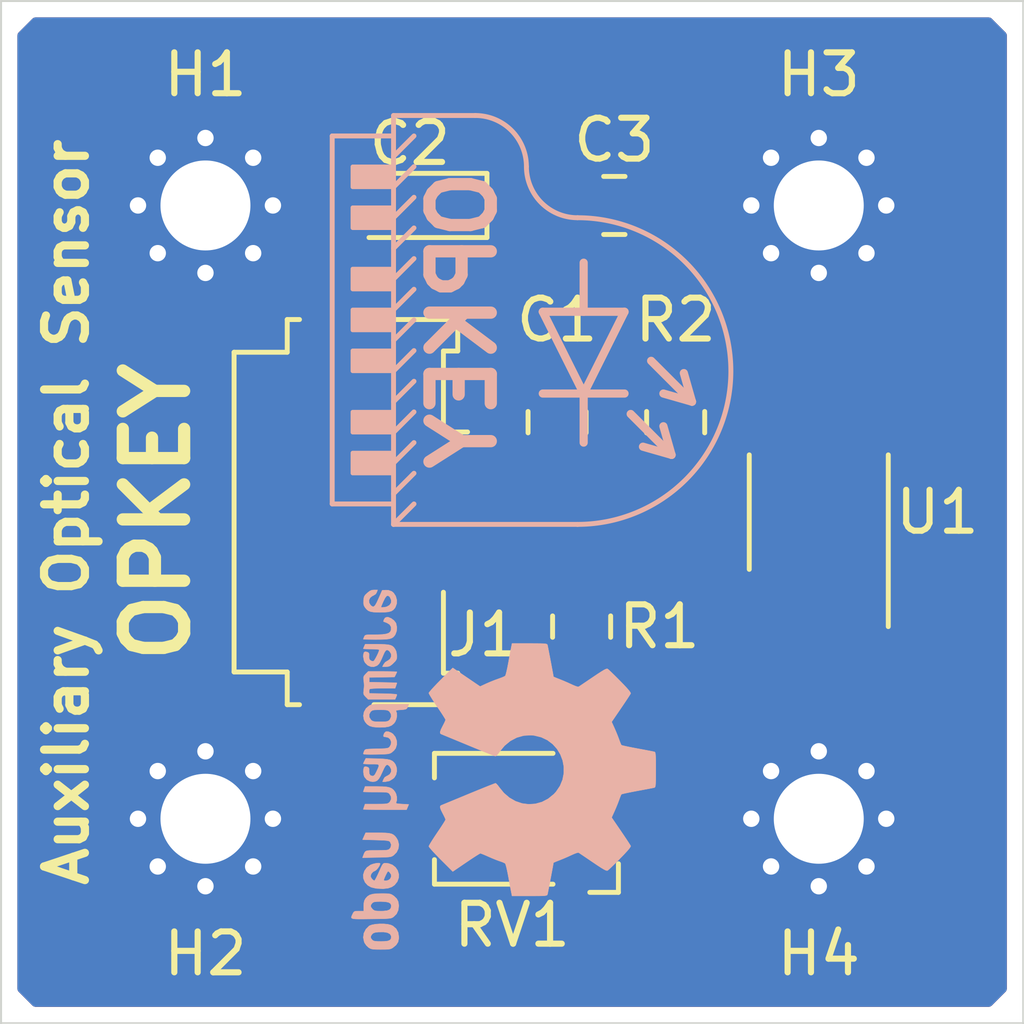
<source format=kicad_pcb>
(kicad_pcb (version 20171130) (host pcbnew "(5.1.2)-2")

  (general
    (thickness 1.6)
    (drawings 6)
    (tracks 26)
    (zones 0)
    (modules 14)
    (nets 6)
  )

  (page A4)
  (title_block
    (title "Sensor Auxiliary")
    (rev 1)
  )

  (layers
    (0 F.Cu mixed)
    (31 B.Cu power)
    (32 B.Adhes user)
    (33 F.Adhes user)
    (34 B.Paste user)
    (35 F.Paste user)
    (36 B.SilkS user)
    (37 F.SilkS user)
    (38 B.Mask user)
    (39 F.Mask user)
    (40 Dwgs.User user)
    (41 Cmts.User user)
    (42 Eco1.User user)
    (43 Eco2.User user)
    (44 Edge.Cuts user)
    (45 Margin user)
    (46 B.CrtYd user)
    (47 F.CrtYd user)
    (48 B.Fab user)
    (49 F.Fab user)
  )

  (setup
    (last_trace_width 0.5)
    (trace_clearance 0.2)
    (zone_clearance 0.3)
    (zone_45_only no)
    (trace_min 0.2)
    (via_size 0.8)
    (via_drill 0.4)
    (via_min_size 0.4)
    (via_min_drill 0.3)
    (uvia_size 0.3)
    (uvia_drill 0.1)
    (uvias_allowed no)
    (uvia_min_size 0.2)
    (uvia_min_drill 0.1)
    (edge_width 0.05)
    (segment_width 0.2)
    (pcb_text_width 0.3)
    (pcb_text_size 1.5 1.5)
    (mod_edge_width 0.12)
    (mod_text_size 1 1)
    (mod_text_width 0.15)
    (pad_size 1.524 1.524)
    (pad_drill 0.762)
    (pad_to_mask_clearance 0.051)
    (solder_mask_min_width 0.25)
    (aux_axis_origin 0 0)
    (visible_elements 7FFDFFFF)
    (pcbplotparams
      (layerselection 0x010fc_ffffffff)
      (usegerberextensions false)
      (usegerberattributes false)
      (usegerberadvancedattributes false)
      (creategerberjobfile false)
      (excludeedgelayer true)
      (linewidth 0.100000)
      (plotframeref false)
      (viasonmask false)
      (mode 1)
      (useauxorigin false)
      (hpglpennumber 1)
      (hpglpenspeed 20)
      (hpglpendiameter 15.000000)
      (psnegative false)
      (psa4output false)
      (plotreference true)
      (plotvalue true)
      (plotinvisibletext false)
      (padsonsilk false)
      (subtractmaskfromsilk false)
      (outputformat 1)
      (mirror false)
      (drillshape 1)
      (scaleselection 1)
      (outputdirectory ""))
  )

  (net 0 "")
  (net 1 GND)
  (net 2 +5V)
  (net 3 "Net-(R1-Pad2)")
  (net 4 "Net-(RV1-Pad1)")
  (net 5 /SENSOR_AUX)

  (net_class Default "This is the default net class."
    (clearance 0.2)
    (trace_width 0.5)
    (via_dia 0.8)
    (via_drill 0.4)
    (uvia_dia 0.3)
    (uvia_drill 0.1)
    (add_net +5V)
    (add_net /SENSOR_AUX)
    (add_net GND)
    (add_net "Net-(R1-Pad2)")
    (add_net "Net-(RV1-Pad1)")
  )

  (module OpKey:OpKey_Logo locked (layer B.Cu) (tedit 5D3997C3) (tstamp 5D39E705)
    (at 43.1 37.8 90)
    (attr virtual)
    (fp_text reference REF** (at 0 -8.4 -90) (layer B.SilkS) hide
      (effects (font (size 1 1) (thickness 0.15)) (justify mirror))
    )
    (fp_text value OpKey_Logo (at 0 -7.4 -90) (layer B.Fab) hide
      (effects (font (size 1 1) (thickness 0.15)) (justify mirror))
    )
    (fp_text user OPKEY (at 0 -1.8 -90) (layer B.SilkS)
      (effects (font (size 1.5 1.5) (thickness 0.3)) (justify mirror))
    )
    (fp_line (start -1 2.8) (end -2 3.8) (layer B.SilkS) (width 0.2))
    (fp_line (start -2 3.8) (end -1.8 3.1) (layer B.SilkS) (width 0.2))
    (fp_line (start -2 3.8) (end -1.3 3.6) (layer B.SilkS) (width 0.2))
    (fp_line (start -3.3 3.3) (end -2.6 3.1) (layer B.SilkS) (width 0.2))
    (fp_line (start -3.3 3.3) (end -3.1 2.6) (layer B.SilkS) (width 0.2))
    (fp_line (start -2.3 2.3) (end -3.3 3.3) (layer B.SilkS) (width 0.2))
    (fp_line (start -1.8 1.15) (end -3 1.15) (layer B.SilkS) (width 0.2))
    (fp_line (start -1.8 0.15) (end -1.8 1.15) (layer B.SilkS) (width 0.12))
    (fp_line (start -1.8 2.15) (end -1.8 0.15) (layer B.SilkS) (width 0.2))
    (fp_line (start -1.8 1.15) (end 0.2 0.15) (layer B.SilkS) (width 0.2))
    (fp_line (start 0.2 2.15) (end -1.8 1.15) (layer B.SilkS) (width 0.2))
    (fp_line (start 0.2 0.15) (end 0.2 2.15) (layer B.SilkS) (width 0.2))
    (fp_line (start 1.4 1.15) (end 0.2 1.15) (layer B.SilkS) (width 0.2))
    (fp_line (start 4.5 -3) (end 4 -3.5) (layer B.SilkS) (width 0.12))
    (fp_line (start 3.75 -3) (end 3.25 -3.5) (layer B.SilkS) (width 0.12))
    (fp_line (start 3 -3) (end 2.5 -3.5) (layer B.SilkS) (width 0.12))
    (fp_line (start 0.75 -3) (end 0.25 -3.5) (layer B.SilkS) (width 0.12))
    (fp_line (start 0 -3) (end -0.5 -3.5) (layer B.SilkS) (width 0.12))
    (fp_line (start 1.5 -3) (end 1 -3.5) (layer B.SilkS) (width 0.12))
    (fp_line (start -0.75 -3) (end -1.25 -3.5) (layer B.SilkS) (width 0.12))
    (fp_line (start 2.25 -3) (end 1.75 -3.5) (layer B.SilkS) (width 0.12))
    (fp_arc (start 3.75 1) (end 2.5 1) (angle 90) (layer B.SilkS) (width 0.12))
    (fp_arc (start 3.75 -1.5) (end 5 -1.5) (angle 90) (layer B.SilkS) (width 0.12))
    (fp_arc (start -1.25 1) (end 2.5 1) (angle 180) (layer B.SilkS) (width 0.12))
    (fp_line (start 5 -3.5) (end 5 -1.5) (layer B.SilkS) (width 0.12))
    (fp_line (start 4.5 -3.5) (end 5 -3.5) (layer B.SilkS) (width 0.12))
    (fp_line (start -5 -3.5) (end -5 1) (layer B.SilkS) (width 0.12))
    (fp_line (start -4.5 -3.5) (end -5 -3.5) (layer B.SilkS) (width 0.12))
    (fp_poly (pts (xy 3.25 -4.5) (xy 3.25 -3.5) (xy 3.75 -3.5) (xy 3.75 -4.5)) (layer B.SilkS) (width 0.1))
    (fp_poly (pts (xy 2.25 -4.5) (xy 2.25 -3.5) (xy 2.75 -3.5) (xy 2.75 -4.5)) (layer B.SilkS) (width 0.1))
    (fp_poly (pts (xy 0.75 -4.5) (xy 0.75 -3.5) (xy 1.25 -3.5) (xy 1.25 -4.5)) (layer B.SilkS) (width 0.1))
    (fp_poly (pts (xy -0.25 -4.5) (xy -0.25 -3.5) (xy 0.25 -3.5) (xy 0.25 -4.5)) (layer B.SilkS) (width 0.1))
    (fp_poly (pts (xy -1.25 -4.5) (xy -1.25 -3.5) (xy -0.75 -3.5) (xy -0.75 -4.5)) (layer B.SilkS) (width 0.1))
    (fp_poly (pts (xy -2.75 -4.5) (xy -2.75 -3.5) (xy -2.25 -3.5) (xy -2.25 -4.5)) (layer B.SilkS) (width 0.1))
    (fp_poly (pts (xy -3.75 -4.5) (xy -3.75 -3.5) (xy -3.25 -3.5) (xy -3.25 -4.5)) (layer B.SilkS) (width 0.1))
    (fp_line (start 4.5 -5) (end 4.5 -3.5) (layer B.SilkS) (width 0.12))
    (fp_line (start -4.5 -5) (end 4.5 -5) (layer B.SilkS) (width 0.12))
    (fp_line (start -4.5 -3.5) (end -4.5 -5) (layer B.SilkS) (width 0.12))
    (fp_line (start 4.5 -3.5) (end -4.5 -3.5) (layer B.SilkS) (width 0.12))
    (fp_line (start -4.5 -3) (end -5 -3.5) (layer B.SilkS) (width 0.12))
    (fp_line (start -3.75 -3) (end -4.25 -3.5) (layer B.SilkS) (width 0.12))
    (fp_line (start -3 -3) (end -3.5 -3.5) (layer B.SilkS) (width 0.12))
    (fp_line (start -2.25 -3) (end -2.75 -3.5) (layer B.SilkS) (width 0.12))
    (fp_line (start -1.5 -3) (end -2 -3.5) (layer B.SilkS) (width 0.12))
  )

  (module Symbol:OSHW-Logo2_9.8x8mm_SilkScreen locked (layer B.Cu) (tedit 0) (tstamp 5D38747C)
    (at 42.3 48.8 90)
    (descr "Open Source Hardware Symbol")
    (tags "Logo Symbol OSHW")
    (attr virtual)
    (fp_text reference REF** (at 0 0 -90) (layer B.SilkS) hide
      (effects (font (size 1 1) (thickness 0.15)) (justify mirror))
    )
    (fp_text value OSHW-Logo2_9.8x8mm_SilkScreen (at 0.75 0 -90) (layer B.Fab) hide
      (effects (font (size 1 1) (thickness 0.15)) (justify mirror))
    )
    (fp_poly (pts (xy -3.231114 -2.584505) (xy -3.156461 -2.621727) (xy -3.090569 -2.690261) (xy -3.072423 -2.715648)
      (xy -3.052655 -2.748866) (xy -3.039828 -2.784945) (xy -3.03249 -2.833098) (xy -3.029187 -2.902536)
      (xy -3.028462 -2.994206) (xy -3.031737 -3.11983) (xy -3.043123 -3.214154) (xy -3.064959 -3.284523)
      (xy -3.099581 -3.338286) (xy -3.14933 -3.382788) (xy -3.152986 -3.385423) (xy -3.202015 -3.412377)
      (xy -3.261055 -3.425712) (xy -3.336141 -3.429) (xy -3.458205 -3.429) (xy -3.458256 -3.547497)
      (xy -3.459392 -3.613492) (xy -3.466314 -3.652202) (xy -3.484402 -3.675419) (xy -3.519038 -3.694933)
      (xy -3.527355 -3.69892) (xy -3.56628 -3.717603) (xy -3.596417 -3.729403) (xy -3.618826 -3.730422)
      (xy -3.634567 -3.716761) (xy -3.644698 -3.684522) (xy -3.650277 -3.629804) (xy -3.652365 -3.548711)
      (xy -3.652019 -3.437344) (xy -3.6503 -3.291802) (xy -3.649763 -3.248269) (xy -3.647828 -3.098205)
      (xy -3.646096 -3.000042) (xy -3.458308 -3.000042) (xy -3.457252 -3.083364) (xy -3.452562 -3.13788)
      (xy -3.441949 -3.173837) (xy -3.423128 -3.201482) (xy -3.41035 -3.214965) (xy -3.35811 -3.254417)
      (xy -3.311858 -3.257628) (xy -3.264133 -3.225049) (xy -3.262923 -3.223846) (xy -3.243506 -3.198668)
      (xy -3.231693 -3.164447) (xy -3.225735 -3.111748) (xy -3.22388 -3.031131) (xy -3.223846 -3.013271)
      (xy -3.22833 -2.902175) (xy -3.242926 -2.825161) (xy -3.26935 -2.778147) (xy -3.309317 -2.75705)
      (xy -3.332416 -2.754923) (xy -3.387238 -2.7649) (xy -3.424842 -2.797752) (xy -3.447477 -2.857857)
      (xy -3.457394 -2.949598) (xy -3.458308 -3.000042) (xy -3.646096 -3.000042) (xy -3.645778 -2.98206)
      (xy -3.643127 -2.894679) (xy -3.639394 -2.830905) (xy -3.634093 -2.785582) (xy -3.626742 -2.753555)
      (xy -3.616857 -2.729668) (xy -3.603954 -2.708764) (xy -3.598421 -2.700898) (xy -3.525031 -2.626595)
      (xy -3.43224 -2.584467) (xy -3.324904 -2.572722) (xy -3.231114 -2.584505)) (layer B.SilkS) (width 0.01))
    (fp_poly (pts (xy -1.728336 -2.595089) (xy -1.665633 -2.631358) (xy -1.622039 -2.667358) (xy -1.590155 -2.705075)
      (xy -1.56819 -2.751199) (xy -1.554351 -2.812421) (xy -1.546847 -2.895431) (xy -1.543883 -3.006919)
      (xy -1.543539 -3.087062) (xy -1.543539 -3.382065) (xy -1.709615 -3.456515) (xy -1.719385 -3.133402)
      (xy -1.723421 -3.012729) (xy -1.727656 -2.925141) (xy -1.732903 -2.86465) (xy -1.739975 -2.825268)
      (xy -1.749689 -2.801007) (xy -1.762856 -2.78588) (xy -1.767081 -2.782606) (xy -1.831091 -2.757034)
      (xy -1.895792 -2.767153) (xy -1.934308 -2.794) (xy -1.949975 -2.813024) (xy -1.96082 -2.837988)
      (xy -1.967712 -2.875834) (xy -1.971521 -2.933502) (xy -1.973117 -3.017935) (xy -1.973385 -3.105928)
      (xy -1.973437 -3.216323) (xy -1.975328 -3.294463) (xy -1.981655 -3.347165) (xy -1.995017 -3.381242)
      (xy -2.018015 -3.403511) (xy -2.053246 -3.420787) (xy -2.100303 -3.438738) (xy -2.151697 -3.458278)
      (xy -2.145579 -3.111485) (xy -2.143116 -2.986468) (xy -2.140233 -2.894082) (xy -2.136102 -2.827881)
      (xy -2.129893 -2.78142) (xy -2.120774 -2.748256) (xy -2.107917 -2.721944) (xy -2.092416 -2.698729)
      (xy -2.017629 -2.624569) (xy -1.926372 -2.581684) (xy -1.827117 -2.571412) (xy -1.728336 -2.595089)) (layer B.SilkS) (width 0.01))
    (fp_poly (pts (xy -3.983114 -2.587256) (xy -3.891536 -2.635409) (xy -3.823951 -2.712905) (xy -3.799943 -2.762727)
      (xy -3.781262 -2.837533) (xy -3.771699 -2.932052) (xy -3.770792 -3.03521) (xy -3.778079 -3.135935)
      (xy -3.793097 -3.223153) (xy -3.815385 -3.285791) (xy -3.822235 -3.296579) (xy -3.903368 -3.377105)
      (xy -3.999734 -3.425336) (xy -4.104299 -3.43945) (xy -4.210032 -3.417629) (xy -4.239457 -3.404547)
      (xy -4.296759 -3.364231) (xy -4.34705 -3.310775) (xy -4.351803 -3.303995) (xy -4.371122 -3.271321)
      (xy -4.383892 -3.236394) (xy -4.391436 -3.190414) (xy -4.395076 -3.124584) (xy -4.396135 -3.030105)
      (xy -4.396154 -3.008923) (xy -4.396106 -3.002182) (xy -4.200769 -3.002182) (xy -4.199632 -3.091349)
      (xy -4.195159 -3.15052) (xy -4.185754 -3.188741) (xy -4.169824 -3.215053) (xy -4.161692 -3.223846)
      (xy -4.114942 -3.257261) (xy -4.069553 -3.255737) (xy -4.02366 -3.226752) (xy -3.996288 -3.195809)
      (xy -3.980077 -3.150643) (xy -3.970974 -3.07942) (xy -3.970349 -3.071114) (xy -3.968796 -2.942037)
      (xy -3.985035 -2.846172) (xy -4.018848 -2.784107) (xy -4.070016 -2.756432) (xy -4.08828 -2.754923)
      (xy -4.13624 -2.762513) (xy -4.169047 -2.788808) (xy -4.189105 -2.839095) (xy -4.198822 -2.918664)
      (xy -4.200769 -3.002182) (xy -4.396106 -3.002182) (xy -4.395426 -2.908249) (xy -4.392371 -2.837906)
      (xy -4.385678 -2.789163) (xy -4.37404 -2.753288) (xy -4.356147 -2.721548) (xy -4.352192 -2.715648)
      (xy -4.285733 -2.636104) (xy -4.213315 -2.589929) (xy -4.125151 -2.571599) (xy -4.095213 -2.570703)
      (xy -3.983114 -2.587256)) (layer B.SilkS) (width 0.01))
    (fp_poly (pts (xy -2.465746 -2.599745) (xy -2.388714 -2.651567) (xy -2.329184 -2.726412) (xy -2.293622 -2.821654)
      (xy -2.286429 -2.891756) (xy -2.287246 -2.921009) (xy -2.294086 -2.943407) (xy -2.312888 -2.963474)
      (xy -2.349592 -2.985733) (xy -2.410138 -3.014709) (xy -2.500466 -3.054927) (xy -2.500923 -3.055129)
      (xy -2.584067 -3.09321) (xy -2.652247 -3.127025) (xy -2.698495 -3.152933) (xy -2.715842 -3.167295)
      (xy -2.715846 -3.167411) (xy -2.700557 -3.198685) (xy -2.664804 -3.233157) (xy -2.623758 -3.25799)
      (xy -2.602963 -3.262923) (xy -2.54623 -3.245862) (xy -2.497373 -3.203133) (xy -2.473535 -3.156155)
      (xy -2.450603 -3.121522) (xy -2.405682 -3.082081) (xy -2.352877 -3.048009) (xy -2.30629 -3.02948)
      (xy -2.296548 -3.028462) (xy -2.285582 -3.045215) (xy -2.284921 -3.088039) (xy -2.29298 -3.145781)
      (xy -2.308173 -3.207289) (xy -2.328914 -3.261409) (xy -2.329962 -3.26351) (xy -2.392379 -3.35066)
      (xy -2.473274 -3.409939) (xy -2.565144 -3.439034) (xy -2.660487 -3.435634) (xy -2.751802 -3.397428)
      (xy -2.755862 -3.394741) (xy -2.827694 -3.329642) (xy -2.874927 -3.244705) (xy -2.901066 -3.133021)
      (xy -2.904574 -3.101643) (xy -2.910787 -2.953536) (xy -2.903339 -2.884468) (xy -2.715846 -2.884468)
      (xy -2.71341 -2.927552) (xy -2.700086 -2.940126) (xy -2.666868 -2.930719) (xy -2.614506 -2.908483)
      (xy -2.555976 -2.88061) (xy -2.554521 -2.879872) (xy -2.504911 -2.853777) (xy -2.485 -2.836363)
      (xy -2.48991 -2.818107) (xy -2.510584 -2.79412) (xy -2.563181 -2.759406) (xy -2.619823 -2.756856)
      (xy -2.670631 -2.782119) (xy -2.705724 -2.830847) (xy -2.715846 -2.884468) (xy -2.903339 -2.884468)
      (xy -2.898008 -2.835036) (xy -2.865222 -2.741055) (xy -2.819579 -2.675215) (xy -2.737198 -2.608681)
      (xy -2.646454 -2.575676) (xy -2.553815 -2.573573) (xy -2.465746 -2.599745)) (layer B.SilkS) (width 0.01))
    (fp_poly (pts (xy -0.840154 -2.49212) (xy -0.834428 -2.57198) (xy -0.827851 -2.619039) (xy -0.818738 -2.639566)
      (xy -0.805402 -2.639829) (xy -0.801077 -2.637378) (xy -0.743556 -2.619636) (xy -0.668732 -2.620672)
      (xy -0.592661 -2.63891) (xy -0.545082 -2.662505) (xy -0.496298 -2.700198) (xy -0.460636 -2.742855)
      (xy -0.436155 -2.797057) (xy -0.420913 -2.869384) (xy -0.41297 -2.966419) (xy -0.410384 -3.094742)
      (xy -0.410338 -3.119358) (xy -0.410308 -3.39587) (xy -0.471839 -3.41732) (xy -0.515541 -3.431912)
      (xy -0.539518 -3.438706) (xy -0.540223 -3.438769) (xy -0.542585 -3.420345) (xy -0.544594 -3.369526)
      (xy -0.546099 -3.292993) (xy -0.546947 -3.19743) (xy -0.547077 -3.139329) (xy -0.547349 -3.024771)
      (xy -0.548748 -2.942667) (xy -0.552151 -2.886393) (xy -0.558433 -2.849326) (xy -0.568471 -2.824844)
      (xy -0.583139 -2.806325) (xy -0.592298 -2.797406) (xy -0.655211 -2.761466) (xy -0.723864 -2.758775)
      (xy -0.786152 -2.78917) (xy -0.797671 -2.800144) (xy -0.814567 -2.820779) (xy -0.826286 -2.845256)
      (xy -0.833767 -2.880647) (xy -0.837946 -2.934026) (xy -0.839763 -3.012466) (xy -0.840154 -3.120617)
      (xy -0.840154 -3.39587) (xy -0.901685 -3.41732) (xy -0.945387 -3.431912) (xy -0.969364 -3.438706)
      (xy -0.97007 -3.438769) (xy -0.971874 -3.420069) (xy -0.9735 -3.367322) (xy -0.974883 -3.285557)
      (xy -0.975958 -3.179805) (xy -0.97666 -3.055094) (xy -0.976923 -2.916455) (xy -0.976923 -2.381806)
      (xy -0.849923 -2.328236) (xy -0.840154 -2.49212)) (layer B.SilkS) (width 0.01))
    (fp_poly (pts (xy 0.053501 -2.626303) (xy 0.13006 -2.654733) (xy 0.130936 -2.655279) (xy 0.178285 -2.690127)
      (xy 0.213241 -2.730852) (xy 0.237825 -2.783925) (xy 0.254062 -2.855814) (xy 0.263975 -2.952992)
      (xy 0.269586 -3.081928) (xy 0.270077 -3.100298) (xy 0.277141 -3.377287) (xy 0.217695 -3.408028)
      (xy 0.174681 -3.428802) (xy 0.14871 -3.438646) (xy 0.147509 -3.438769) (xy 0.143014 -3.420606)
      (xy 0.139444 -3.371612) (xy 0.137248 -3.300031) (xy 0.136769 -3.242068) (xy 0.136758 -3.14817)
      (xy 0.132466 -3.089203) (xy 0.117503 -3.061079) (xy 0.085482 -3.059706) (xy 0.030014 -3.080998)
      (xy -0.053731 -3.120136) (xy -0.115311 -3.152643) (xy -0.146983 -3.180845) (xy -0.156294 -3.211582)
      (xy -0.156308 -3.213104) (xy -0.140943 -3.266054) (xy -0.095453 -3.29466) (xy -0.025834 -3.298803)
      (xy 0.024313 -3.298084) (xy 0.050754 -3.312527) (xy 0.067243 -3.347218) (xy 0.076733 -3.391416)
      (xy 0.063057 -3.416493) (xy 0.057907 -3.420082) (xy 0.009425 -3.434496) (xy -0.058469 -3.436537)
      (xy -0.128388 -3.426983) (xy -0.177932 -3.409522) (xy -0.24643 -3.351364) (xy -0.285366 -3.270408)
      (xy -0.293077 -3.20716) (xy -0.287193 -3.150111) (xy -0.265899 -3.103542) (xy -0.223735 -3.062181)
      (xy -0.155241 -3.020755) (xy -0.054956 -2.973993) (xy -0.048846 -2.97135) (xy 0.04149 -2.929617)
      (xy 0.097235 -2.895391) (xy 0.121129 -2.864635) (xy 0.115913 -2.833311) (xy 0.084328 -2.797383)
      (xy 0.074883 -2.789116) (xy 0.011617 -2.757058) (xy -0.053936 -2.758407) (xy -0.111028 -2.789838)
      (xy -0.148907 -2.848024) (xy -0.152426 -2.859446) (xy -0.1867 -2.914837) (xy -0.230191 -2.941518)
      (xy -0.293077 -2.96796) (xy -0.293077 -2.899548) (xy -0.273948 -2.80011) (xy -0.217169 -2.708902)
      (xy -0.187622 -2.678389) (xy -0.120458 -2.639228) (xy -0.035044 -2.6215) (xy 0.053501 -2.626303)) (layer B.SilkS) (width 0.01))
    (fp_poly (pts (xy 0.713362 -2.62467) (xy 0.802117 -2.657421) (xy 0.874022 -2.71535) (xy 0.902144 -2.756128)
      (xy 0.932802 -2.830954) (xy 0.932165 -2.885058) (xy 0.899987 -2.921446) (xy 0.888081 -2.927633)
      (xy 0.836675 -2.946925) (xy 0.810422 -2.941982) (xy 0.80153 -2.909587) (xy 0.801077 -2.891692)
      (xy 0.784797 -2.825859) (xy 0.742365 -2.779807) (xy 0.683388 -2.757564) (xy 0.617475 -2.763161)
      (xy 0.563895 -2.792229) (xy 0.545798 -2.80881) (xy 0.532971 -2.828925) (xy 0.524306 -2.859332)
      (xy 0.518696 -2.906788) (xy 0.515035 -2.97805) (xy 0.512215 -3.079875) (xy 0.511484 -3.112115)
      (xy 0.50882 -3.22241) (xy 0.505792 -3.300036) (xy 0.50125 -3.351396) (xy 0.494046 -3.38289)
      (xy 0.483033 -3.40092) (xy 0.46706 -3.411888) (xy 0.456834 -3.416733) (xy 0.413406 -3.433301)
      (xy 0.387842 -3.438769) (xy 0.379395 -3.420507) (xy 0.374239 -3.365296) (xy 0.372346 -3.272499)
      (xy 0.373689 -3.141478) (xy 0.374107 -3.121269) (xy 0.377058 -3.001733) (xy 0.380548 -2.914449)
      (xy 0.385514 -2.852591) (xy 0.392893 -2.809336) (xy 0.403624 -2.77786) (xy 0.418645 -2.751339)
      (xy 0.426502 -2.739975) (xy 0.471553 -2.689692) (xy 0.52194 -2.650581) (xy 0.528108 -2.647167)
      (xy 0.618458 -2.620212) (xy 0.713362 -2.62467)) (layer B.SilkS) (width 0.01))
    (fp_poly (pts (xy 1.602081 -2.780289) (xy 1.601833 -2.92632) (xy 1.600872 -3.038655) (xy 1.598794 -3.122678)
      (xy 1.595193 -3.183769) (xy 1.589665 -3.227309) (xy 1.581804 -3.258679) (xy 1.571207 -3.283262)
      (xy 1.563182 -3.297294) (xy 1.496728 -3.373388) (xy 1.41247 -3.421084) (xy 1.319249 -3.438199)
      (xy 1.2259 -3.422546) (xy 1.170312 -3.394418) (xy 1.111957 -3.34576) (xy 1.072186 -3.286333)
      (xy 1.04819 -3.208507) (xy 1.037161 -3.104652) (xy 1.035599 -3.028462) (xy 1.035809 -3.022986)
      (xy 1.172308 -3.022986) (xy 1.173141 -3.110355) (xy 1.176961 -3.168192) (xy 1.185746 -3.206029)
      (xy 1.201474 -3.233398) (xy 1.220266 -3.254042) (xy 1.283375 -3.29389) (xy 1.351137 -3.297295)
      (xy 1.415179 -3.264025) (xy 1.420164 -3.259517) (xy 1.441439 -3.236067) (xy 1.454779 -3.208166)
      (xy 1.462001 -3.166641) (xy 1.464923 -3.102316) (xy 1.465385 -3.0312) (xy 1.464383 -2.941858)
      (xy 1.460238 -2.882258) (xy 1.451236 -2.843089) (xy 1.435667 -2.81504) (xy 1.422902 -2.800144)
      (xy 1.3636 -2.762575) (xy 1.295301 -2.758057) (xy 1.23011 -2.786753) (xy 1.217528 -2.797406)
      (xy 1.196111 -2.821063) (xy 1.182744 -2.849251) (xy 1.175566 -2.891245) (xy 1.172719 -2.956319)
      (xy 1.172308 -3.022986) (xy 1.035809 -3.022986) (xy 1.040322 -2.905765) (xy 1.056362 -2.813577)
      (xy 1.086528 -2.744269) (xy 1.133629 -2.690211) (xy 1.170312 -2.662505) (xy 1.23699 -2.632572)
      (xy 1.314272 -2.618678) (xy 1.38611 -2.622397) (xy 1.426308 -2.6374) (xy 1.442082 -2.64167)
      (xy 1.45255 -2.62575) (xy 1.459856 -2.583089) (xy 1.465385 -2.518106) (xy 1.471437 -2.445732)
      (xy 1.479844 -2.402187) (xy 1.495141 -2.377287) (xy 1.521864 -2.360845) (xy 1.538654 -2.353564)
      (xy 1.602154 -2.326963) (xy 1.602081 -2.780289)) (layer B.SilkS) (width 0.01))
    (fp_poly (pts (xy 2.395929 -2.636662) (xy 2.398911 -2.688068) (xy 2.401247 -2.766192) (xy 2.402749 -2.864857)
      (xy 2.403231 -2.968343) (xy 2.403231 -3.318533) (xy 2.341401 -3.380363) (xy 2.298793 -3.418462)
      (xy 2.26139 -3.433895) (xy 2.21027 -3.432918) (xy 2.189978 -3.430433) (xy 2.126554 -3.4232)
      (xy 2.074095 -3.419055) (xy 2.061308 -3.418672) (xy 2.018199 -3.421176) (xy 1.956544 -3.427462)
      (xy 1.932638 -3.430433) (xy 1.873922 -3.435028) (xy 1.834464 -3.425046) (xy 1.795338 -3.394228)
      (xy 1.781215 -3.380363) (xy 1.719385 -3.318533) (xy 1.719385 -2.663503) (xy 1.76915 -2.640829)
      (xy 1.812002 -2.624034) (xy 1.837073 -2.618154) (xy 1.843501 -2.636736) (xy 1.849509 -2.688655)
      (xy 1.854697 -2.768172) (xy 1.858664 -2.869546) (xy 1.860577 -2.955192) (xy 1.865923 -3.292231)
      (xy 1.91256 -3.298825) (xy 1.954976 -3.294214) (xy 1.97576 -3.279287) (xy 1.98157 -3.251377)
      (xy 1.98653 -3.191925) (xy 1.990246 -3.108466) (xy 1.992324 -3.008532) (xy 1.992624 -2.957104)
      (xy 1.992923 -2.661054) (xy 2.054454 -2.639604) (xy 2.098004 -2.62502) (xy 2.121694 -2.618219)
      (xy 2.122377 -2.618154) (xy 2.124754 -2.636642) (xy 2.127366 -2.687906) (xy 2.129995 -2.765649)
      (xy 2.132421 -2.863574) (xy 2.134115 -2.955192) (xy 2.139461 -3.292231) (xy 2.256692 -3.292231)
      (xy 2.262072 -2.984746) (xy 2.267451 -2.677261) (xy 2.324601 -2.647707) (xy 2.366797 -2.627413)
      (xy 2.39177 -2.618204) (xy 2.392491 -2.618154) (xy 2.395929 -2.636662)) (layer B.SilkS) (width 0.01))
    (fp_poly (pts (xy 2.887333 -2.633528) (xy 2.94359 -2.659117) (xy 2.987747 -2.690124) (xy 3.020101 -2.724795)
      (xy 3.042438 -2.76952) (xy 3.056546 -2.830692) (xy 3.064211 -2.914701) (xy 3.06722 -3.02794)
      (xy 3.067538 -3.102509) (xy 3.067538 -3.39342) (xy 3.017773 -3.416095) (xy 2.978576 -3.432667)
      (xy 2.959157 -3.438769) (xy 2.955442 -3.42061) (xy 2.952495 -3.371648) (xy 2.950691 -3.300153)
      (xy 2.950308 -3.243385) (xy 2.948661 -3.161371) (xy 2.944222 -3.096309) (xy 2.93774 -3.056467)
      (xy 2.93259 -3.048) (xy 2.897977 -3.056646) (xy 2.84364 -3.078823) (xy 2.780722 -3.108886)
      (xy 2.720368 -3.141192) (xy 2.673721 -3.170098) (xy 2.651926 -3.189961) (xy 2.651839 -3.190175)
      (xy 2.653714 -3.226935) (xy 2.670525 -3.262026) (xy 2.700039 -3.290528) (xy 2.743116 -3.300061)
      (xy 2.779932 -3.29895) (xy 2.832074 -3.298133) (xy 2.859444 -3.310349) (xy 2.875882 -3.342624)
      (xy 2.877955 -3.34871) (xy 2.885081 -3.394739) (xy 2.866024 -3.422687) (xy 2.816353 -3.436007)
      (xy 2.762697 -3.43847) (xy 2.666142 -3.42021) (xy 2.616159 -3.394131) (xy 2.554429 -3.332868)
      (xy 2.52169 -3.25767) (xy 2.518753 -3.178211) (xy 2.546424 -3.104167) (xy 2.588047 -3.057769)
      (xy 2.629604 -3.031793) (xy 2.694922 -2.998907) (xy 2.771038 -2.965557) (xy 2.783726 -2.960461)
      (xy 2.867333 -2.923565) (xy 2.91553 -2.891046) (xy 2.93103 -2.858718) (xy 2.91655 -2.822394)
      (xy 2.891692 -2.794) (xy 2.832939 -2.759039) (xy 2.768293 -2.756417) (xy 2.709008 -2.783358)
      (xy 2.666339 -2.837088) (xy 2.660739 -2.85095) (xy 2.628133 -2.901936) (xy 2.58053 -2.939787)
      (xy 2.520461 -2.97085) (xy 2.520461 -2.882768) (xy 2.523997 -2.828951) (xy 2.539156 -2.786534)
      (xy 2.572768 -2.741279) (xy 2.605035 -2.70642) (xy 2.655209 -2.657062) (xy 2.694193 -2.630547)
      (xy 2.736064 -2.619911) (xy 2.78346 -2.618154) (xy 2.887333 -2.633528)) (layer B.SilkS) (width 0.01))
    (fp_poly (pts (xy 3.570807 -2.636782) (xy 3.594161 -2.646988) (xy 3.649902 -2.691134) (xy 3.697569 -2.754967)
      (xy 3.727048 -2.823087) (xy 3.731846 -2.85667) (xy 3.71576 -2.903556) (xy 3.680475 -2.928365)
      (xy 3.642644 -2.943387) (xy 3.625321 -2.946155) (xy 3.616886 -2.926066) (xy 3.60023 -2.882351)
      (xy 3.592923 -2.862598) (xy 3.551948 -2.794271) (xy 3.492622 -2.760191) (xy 3.416552 -2.761239)
      (xy 3.410918 -2.762581) (xy 3.370305 -2.781836) (xy 3.340448 -2.819375) (xy 3.320055 -2.879809)
      (xy 3.307836 -2.967751) (xy 3.3025 -3.087813) (xy 3.302 -3.151698) (xy 3.301752 -3.252403)
      (xy 3.300126 -3.321054) (xy 3.295801 -3.364673) (xy 3.287454 -3.390282) (xy 3.273765 -3.404903)
      (xy 3.253411 -3.415558) (xy 3.252234 -3.416095) (xy 3.213038 -3.432667) (xy 3.193619 -3.438769)
      (xy 3.190635 -3.420319) (xy 3.188081 -3.369323) (xy 3.18614 -3.292308) (xy 3.184997 -3.195805)
      (xy 3.184769 -3.125184) (xy 3.185932 -2.988525) (xy 3.190479 -2.884851) (xy 3.199999 -2.808108)
      (xy 3.216081 -2.752246) (xy 3.240313 -2.711212) (xy 3.274286 -2.678954) (xy 3.307833 -2.65644)
      (xy 3.388499 -2.626476) (xy 3.482381 -2.619718) (xy 3.570807 -2.636782)) (layer B.SilkS) (width 0.01))
    (fp_poly (pts (xy 4.245224 -2.647838) (xy 4.322528 -2.698361) (xy 4.359814 -2.74359) (xy 4.389353 -2.825663)
      (xy 4.391699 -2.890607) (xy 4.386385 -2.977445) (xy 4.186115 -3.065103) (xy 4.088739 -3.109887)
      (xy 4.025113 -3.145913) (xy 3.992029 -3.177117) (xy 3.98628 -3.207436) (xy 4.004658 -3.240805)
      (xy 4.024923 -3.262923) (xy 4.083889 -3.298393) (xy 4.148024 -3.300879) (xy 4.206926 -3.273235)
      (xy 4.250197 -3.21832) (xy 4.257936 -3.198928) (xy 4.295006 -3.138364) (xy 4.337654 -3.112552)
      (xy 4.396154 -3.090471) (xy 4.396154 -3.174184) (xy 4.390982 -3.23115) (xy 4.370723 -3.279189)
      (xy 4.328262 -3.334346) (xy 4.321951 -3.341514) (xy 4.27472 -3.390585) (xy 4.234121 -3.41692)
      (xy 4.183328 -3.429035) (xy 4.14122 -3.433003) (xy 4.065902 -3.433991) (xy 4.012286 -3.421466)
      (xy 3.978838 -3.402869) (xy 3.926268 -3.361975) (xy 3.889879 -3.317748) (xy 3.86685 -3.262126)
      (xy 3.854359 -3.187047) (xy 3.849587 -3.084449) (xy 3.849206 -3.032376) (xy 3.850501 -2.969948)
      (xy 3.968471 -2.969948) (xy 3.969839 -3.003438) (xy 3.973249 -3.008923) (xy 3.995753 -3.001472)
      (xy 4.044182 -2.981753) (xy 4.108908 -2.953718) (xy 4.122443 -2.947692) (xy 4.204244 -2.906096)
      (xy 4.249312 -2.869538) (xy 4.259217 -2.835296) (xy 4.235526 -2.800648) (xy 4.21596 -2.785339)
      (xy 4.14536 -2.754721) (xy 4.07928 -2.75978) (xy 4.023959 -2.797151) (xy 3.985636 -2.863473)
      (xy 3.973349 -2.916116) (xy 3.968471 -2.969948) (xy 3.850501 -2.969948) (xy 3.85173 -2.91072)
      (xy 3.861032 -2.82071) (xy 3.87946 -2.755167) (xy 3.90936 -2.706912) (xy 3.95308 -2.668767)
      (xy 3.972141 -2.65644) (xy 4.058726 -2.624336) (xy 4.153522 -2.622316) (xy 4.245224 -2.647838)) (layer B.SilkS) (width 0.01))
    (fp_poly (pts (xy 0.139878 3.712224) (xy 0.245612 3.711645) (xy 0.322132 3.710078) (xy 0.374372 3.707028)
      (xy 0.407263 3.702004) (xy 0.425737 3.694511) (xy 0.434727 3.684056) (xy 0.439163 3.670147)
      (xy 0.439594 3.668346) (xy 0.446333 3.635855) (xy 0.458808 3.571748) (xy 0.475719 3.482849)
      (xy 0.495771 3.375981) (xy 0.517664 3.257967) (xy 0.518429 3.253822) (xy 0.540359 3.138169)
      (xy 0.560877 3.035986) (xy 0.578659 2.953402) (xy 0.592381 2.896544) (xy 0.600718 2.871542)
      (xy 0.601116 2.871099) (xy 0.625677 2.85889) (xy 0.676315 2.838544) (xy 0.742095 2.814455)
      (xy 0.742461 2.814326) (xy 0.825317 2.783182) (xy 0.923 2.743509) (xy 1.015077 2.703619)
      (xy 1.019434 2.701647) (xy 1.169407 2.63358) (xy 1.501498 2.860361) (xy 1.603374 2.929496)
      (xy 1.695657 2.991303) (xy 1.773003 3.042267) (xy 1.830064 3.078873) (xy 1.861495 3.097606)
      (xy 1.864479 3.098996) (xy 1.887321 3.09281) (xy 1.929982 3.062965) (xy 1.994128 3.008053)
      (xy 2.081421 2.926666) (xy 2.170535 2.840078) (xy 2.256441 2.754753) (xy 2.333327 2.676892)
      (xy 2.396564 2.611303) (xy 2.441523 2.562795) (xy 2.463576 2.536175) (xy 2.464396 2.534805)
      (xy 2.466834 2.516537) (xy 2.45765 2.486705) (xy 2.434574 2.441279) (xy 2.395337 2.37623)
      (xy 2.33767 2.28753) (xy 2.260795 2.173343) (xy 2.19257 2.072838) (xy 2.131582 1.982697)
      (xy 2.081356 1.908151) (xy 2.045416 1.854435) (xy 2.027287 1.826782) (xy 2.026146 1.824905)
      (xy 2.028359 1.79841) (xy 2.045138 1.746914) (xy 2.073142 1.680149) (xy 2.083122 1.658828)
      (xy 2.126672 1.563841) (xy 2.173134 1.456063) (xy 2.210877 1.362808) (xy 2.238073 1.293594)
      (xy 2.259675 1.240994) (xy 2.272158 1.213503) (xy 2.273709 1.211384) (xy 2.296668 1.207876)
      (xy 2.350786 1.198262) (xy 2.428868 1.183911) (xy 2.523719 1.166193) (xy 2.628143 1.146475)
      (xy 2.734944 1.126126) (xy 2.836926 1.106514) (xy 2.926894 1.089009) (xy 2.997653 1.074978)
      (xy 3.042006 1.065791) (xy 3.052885 1.063193) (xy 3.064122 1.056782) (xy 3.072605 1.042303)
      (xy 3.078714 1.014867) (xy 3.082832 0.969589) (xy 3.085341 0.90158) (xy 3.086621 0.805953)
      (xy 3.087054 0.67782) (xy 3.087077 0.625299) (xy 3.087077 0.198155) (xy 2.9845 0.177909)
      (xy 2.927431 0.16693) (xy 2.842269 0.150905) (xy 2.739372 0.131767) (xy 2.629096 0.111449)
      (xy 2.598615 0.105868) (xy 2.496855 0.086083) (xy 2.408205 0.066627) (xy 2.340108 0.049303)
      (xy 2.300004 0.035912) (xy 2.293323 0.031921) (xy 2.276919 0.003658) (xy 2.253399 -0.051109)
      (xy 2.227316 -0.121588) (xy 2.222142 -0.136769) (xy 2.187956 -0.230896) (xy 2.145523 -0.337101)
      (xy 2.103997 -0.432473) (xy 2.103792 -0.432916) (xy 2.03464 -0.582525) (xy 2.489512 -1.251617)
      (xy 2.1975 -1.544116) (xy 2.10918 -1.63117) (xy 2.028625 -1.707909) (xy 1.96036 -1.770237)
      (xy 1.908908 -1.814056) (xy 1.878794 -1.83527) (xy 1.874474 -1.836616) (xy 1.849111 -1.826016)
      (xy 1.797358 -1.796547) (xy 1.724868 -1.751705) (xy 1.637294 -1.694984) (xy 1.542612 -1.631462)
      (xy 1.446516 -1.566668) (xy 1.360837 -1.510287) (xy 1.291016 -1.465788) (xy 1.242494 -1.436639)
      (xy 1.220782 -1.426308) (xy 1.194293 -1.43505) (xy 1.144062 -1.458087) (xy 1.080451 -1.490631)
      (xy 1.073708 -1.494249) (xy 0.988046 -1.53721) (xy 0.929306 -1.558279) (xy 0.892772 -1.558503)
      (xy 0.873731 -1.538928) (xy 0.87362 -1.538654) (xy 0.864102 -1.515472) (xy 0.841403 -1.460441)
      (xy 0.807282 -1.377822) (xy 0.7635 -1.271872) (xy 0.711816 -1.146852) (xy 0.653992 -1.00702)
      (xy 0.597991 -0.871637) (xy 0.536447 -0.722234) (xy 0.479939 -0.583832) (xy 0.430161 -0.460673)
      (xy 0.388806 -0.357002) (xy 0.357568 -0.277059) (xy 0.338141 -0.225088) (xy 0.332154 -0.205692)
      (xy 0.347168 -0.183443) (xy 0.386439 -0.147982) (xy 0.438807 -0.108887) (xy 0.587941 0.014755)
      (xy 0.704511 0.156478) (xy 0.787118 0.313296) (xy 0.834366 0.482225) (xy 0.844857 0.660278)
      (xy 0.837231 0.742461) (xy 0.795682 0.912969) (xy 0.724123 1.063541) (xy 0.626995 1.192691)
      (xy 0.508734 1.298936) (xy 0.37378 1.38079) (xy 0.226571 1.436768) (xy 0.071544 1.465385)
      (xy -0.086861 1.465156) (xy -0.244206 1.434595) (xy -0.396054 1.372218) (xy -0.537965 1.27654)
      (xy -0.597197 1.222428) (xy -0.710797 1.08348) (xy -0.789894 0.931639) (xy -0.835014 0.771333)
      (xy -0.846684 0.606988) (xy -0.825431 0.443029) (xy -0.77178 0.283882) (xy -0.68626 0.133975)
      (xy -0.569395 -0.002267) (xy -0.438807 -0.108887) (xy -0.384412 -0.149642) (xy -0.345986 -0.184718)
      (xy -0.332154 -0.205726) (xy -0.339397 -0.228635) (xy -0.359995 -0.283365) (xy -0.392254 -0.365672)
      (xy -0.434479 -0.471315) (xy -0.484977 -0.59605) (xy -0.542052 -0.735636) (xy -0.598146 -0.87167)
      (xy -0.660033 -1.021201) (xy -0.717356 -1.159767) (xy -0.768356 -1.283107) (xy -0.811273 -1.386964)
      (xy -0.844347 -1.46708) (xy -0.865819 -1.519195) (xy -0.873775 -1.538654) (xy -0.892571 -1.558423)
      (xy -0.928926 -1.558365) (xy -0.987521 -1.537441) (xy -1.073032 -1.494613) (xy -1.073708 -1.494249)
      (xy -1.138093 -1.461012) (xy -1.190139 -1.436802) (xy -1.219488 -1.426404) (xy -1.220783 -1.426308)
      (xy -1.242876 -1.436855) (xy -1.291652 -1.466184) (xy -1.361669 -1.510827) (xy -1.447486 -1.567314)
      (xy -1.542612 -1.631462) (xy -1.63946 -1.696411) (xy -1.726747 -1.752896) (xy -1.798819 -1.797421)
      (xy -1.850023 -1.82649) (xy -1.874474 -1.836616) (xy -1.89699 -1.823307) (xy -1.942258 -1.786112)
      (xy -2.005756 -1.729128) (xy -2.082961 -1.656449) (xy -2.169349 -1.572171) (xy -2.197601 -1.544016)
      (xy -2.489713 -1.251416) (xy -2.267369 -0.925104) (xy -2.199798 -0.824897) (xy -2.140493 -0.734963)
      (xy -2.092783 -0.66051) (xy -2.059993 -0.606751) (xy -2.045452 -0.578894) (xy -2.045026 -0.576912)
      (xy -2.052692 -0.550655) (xy -2.073311 -0.497837) (xy -2.103315 -0.42731) (xy -2.124375 -0.380093)
      (xy -2.163752 -0.289694) (xy -2.200835 -0.198366) (xy -2.229585 -0.1212) (xy -2.237395 -0.097692)
      (xy -2.259583 -0.034916) (xy -2.281273 0.013589) (xy -2.293187 0.031921) (xy -2.319477 0.043141)
      (xy -2.376858 0.059046) (xy -2.457882 0.077833) (xy -2.555105 0.097701) (xy -2.598615 0.105868)
      (xy -2.709104 0.126171) (xy -2.815084 0.14583) (xy -2.906199 0.162912) (xy -2.972092 0.175482)
      (xy -2.9845 0.177909) (xy -3.087077 0.198155) (xy -3.087077 0.625299) (xy -3.086847 0.765754)
      (xy -3.085901 0.872021) (xy -3.083859 0.948987) (xy -3.080338 1.00154) (xy -3.074957 1.034567)
      (xy -3.067334 1.052955) (xy -3.057088 1.061592) (xy -3.052885 1.063193) (xy -3.02753 1.068873)
      (xy -2.971516 1.080205) (xy -2.892036 1.095821) (xy -2.796288 1.114353) (xy -2.691467 1.134431)
      (xy -2.584768 1.154688) (xy -2.483387 1.173754) (xy -2.394521 1.190261) (xy -2.325363 1.202841)
      (xy -2.283111 1.210125) (xy -2.27371 1.211384) (xy -2.265193 1.228237) (xy -2.24634 1.27313)
      (xy -2.220676 1.33757) (xy -2.210877 1.362808) (xy -2.171352 1.460314) (xy -2.124808 1.568041)
      (xy -2.083123 1.658828) (xy -2.05245 1.728247) (xy -2.032044 1.78529) (xy -2.025232 1.820223)
      (xy -2.026318 1.824905) (xy -2.040715 1.847009) (xy -2.073588 1.896169) (xy -2.12141 1.967152)
      (xy -2.180652 2.054722) (xy -2.247785 2.153643) (xy -2.261059 2.17317) (xy -2.338954 2.28886)
      (xy -2.396213 2.376956) (xy -2.435119 2.441514) (xy -2.457956 2.486589) (xy -2.467006 2.516237)
      (xy -2.464552 2.534515) (xy -2.464489 2.534631) (xy -2.445173 2.558639) (xy -2.402449 2.605053)
      (xy -2.340949 2.669063) (xy -2.265302 2.745855) (xy -2.180139 2.830618) (xy -2.170535 2.840078)
      (xy -2.06321 2.944011) (xy -1.980385 3.020325) (xy -1.920395 3.070429) (xy -1.881577 3.09573)
      (xy -1.86448 3.098996) (xy -1.839527 3.08475) (xy -1.787745 3.051844) (xy -1.71448 3.003792)
      (xy -1.62508 2.94411) (xy -1.524889 2.876312) (xy -1.501499 2.860361) (xy -1.169407 2.63358)
      (xy -1.019435 2.701647) (xy -0.92823 2.741315) (xy -0.830331 2.781209) (xy -0.746169 2.813017)
      (xy -0.742462 2.814326) (xy -0.676631 2.838424) (xy -0.625884 2.8588) (xy -0.601158 2.871064)
      (xy -0.601116 2.871099) (xy -0.593271 2.893266) (xy -0.579934 2.947783) (xy -0.56243 3.02852)
      (xy -0.542083 3.12935) (xy -0.520218 3.244144) (xy -0.518429 3.253822) (xy -0.496496 3.372096)
      (xy -0.47636 3.479458) (xy -0.45932 3.569083) (xy -0.446672 3.634149) (xy -0.439716 3.667832)
      (xy -0.439594 3.668346) (xy -0.435361 3.682675) (xy -0.427129 3.693493) (xy -0.409967 3.701294)
      (xy -0.378942 3.706571) (xy -0.329122 3.709818) (xy -0.255576 3.711528) (xy -0.153371 3.712193)
      (xy -0.017575 3.712307) (xy 0 3.712308) (xy 0.139878 3.712224)) (layer B.SilkS) (width 0.01))
  )

  (module Potentiometer_SMD:Potentiometer_Bourns_TC33X_Vertical locked (layer F.Cu) (tedit 5C165D15) (tstamp 5D3090B3)
    (at 42.5 50 180)
    (descr "Potentiometer, Bourns, TC33X, Vertical, https://www.bourns.com/pdfs/TC33.pdf")
    (tags "Potentiometer Bourns TC33X Vertical")
    (path /5D30BFA3)
    (attr smd)
    (fp_text reference RV1 (at 0 -2.6) (layer F.SilkS)
      (effects (font (size 1 1) (thickness 0.15)))
    )
    (fp_text value 200 (at 0 2.5) (layer F.Fab)
      (effects (font (size 1 1) (thickness 0.15)))
    )
    (fp_circle (center 0 0) (end 1.5 0) (layer F.Fab) (width 0.1))
    (fp_line (start -2 -0.75) (end -2 1.5) (layer F.Fab) (width 0.1))
    (fp_line (start -2 1.5) (end 1.8 1.5) (layer F.Fab) (width 0.1))
    (fp_line (start 1.8 1.5) (end 1.8 -1.5) (layer F.Fab) (width 0.1))
    (fp_line (start 1.8 -1.5) (end -1.25 -1.5) (layer F.Fab) (width 0.1))
    (fp_line (start -1.25 -1.5) (end -2 -0.75) (layer F.Fab) (width 0.1))
    (fp_text user %R (at 0 0) (layer F.Fab)
      (effects (font (size 0.7 0.7) (thickness 0.105)))
    )
    (fp_line (start -2.1 -0.2) (end -2.1 0.2) (layer F.SilkS) (width 0.12))
    (fp_line (start -1 -1.6) (end 1.9 -1.6) (layer F.SilkS) (width 0.12))
    (fp_line (start 1.9 -1.6) (end 1.9 -1) (layer F.SilkS) (width 0.12))
    (fp_line (start -1 1.6) (end 1.9 1.6) (layer F.SilkS) (width 0.12))
    (fp_line (start 1.9 1.6) (end 1.9 1) (layer F.SilkS) (width 0.12))
    (fp_line (start -1.9 -1.8) (end -2.6 -1.8) (layer F.SilkS) (width 0.12))
    (fp_line (start -2.6 -1.8) (end -2.6 -1.1) (layer F.SilkS) (width 0.12))
    (fp_line (start -2.65 -1.85) (end 2.45 -1.85) (layer F.CrtYd) (width 0.05))
    (fp_line (start 2.45 -1.85) (end 2.45 1.85) (layer F.CrtYd) (width 0.05))
    (fp_line (start 2.45 1.85) (end -2.65 1.85) (layer F.CrtYd) (width 0.05))
    (fp_line (start -2.65 1.85) (end -2.65 -1.85) (layer F.CrtYd) (width 0.05))
    (fp_circle (center 0 0) (end 1.8 0) (layer Dwgs.User) (width 0.05))
    (fp_text user "Wiper may be\nanywhere within\ncircle shown" (at -0.15 -0.8) (layer Cmts.User)
      (effects (font (size 0.15 0.15) (thickness 0.02)))
    )
    (pad 1 smd rect (at -1.8 -1 180) (size 1.2 1.2) (layers F.Cu F.Paste F.Mask)
      (net 4 "Net-(RV1-Pad1)"))
    (pad 3 smd rect (at -1.8 1 180) (size 1.2 1.2) (layers F.Cu F.Paste F.Mask)
      (net 3 "Net-(R1-Pad2)"))
    (pad 2 smd rect (at 1.45 0 180) (size 1.5 1.6) (layers F.Cu F.Paste F.Mask)
      (net 3 "Net-(R1-Pad2)"))
    (model ${KISYS3DMOD}/Potentiometer_SMD.3dshapes/Potentiometer_Bourns_TC33X_Vertical.wrl
      (at (xyz 0 0 0))
      (scale (xyz 1 1 1))
      (rotate (xyz 0 0 0))
    )
  )

  (module OptoDevice:OnSemi_CASE100CY locked (layer F.Cu) (tedit 5B870A92) (tstamp 5D30A614)
    (at 50 42.5 180)
    (descr "OnSemi CASE 100CY, light-direction upwards, see http://www.onsemi.com/pub/Collateral/QRE1113-D.PDF")
    (tags "refective opto couple photo coupler")
    (path /5D34062D)
    (attr smd)
    (fp_text reference U1 (at -2.9 0 180) (layer F.SilkS)
      (effects (font (size 1 1) (thickness 0.15)))
    )
    (fp_text value QRE1113 (at 0 3.9) (layer F.Fab)
      (effects (font (size 1 1) (thickness 0.15)))
    )
    (fp_text user %R (at 0 0.2) (layer F.Fab)
      (effects (font (size 0.75 0.75) (thickness 0.15)))
    )
    (fp_line (start 1.7 1.4) (end 1.7 -1.4) (layer F.SilkS) (width 0.12))
    (fp_line (start -1.7 1.4) (end -1.7 -2.8) (layer F.SilkS) (width 0.12))
    (fp_line (start -1.6 -0.8) (end -1.1 -1.3) (layer F.Fab) (width 0.1))
    (fp_line (start -1.1 -1.3) (end 1.6 -1.3) (layer F.Fab) (width 0.1))
    (fp_line (start -1.6 1.3) (end -1.6 -0.8) (layer F.Fab) (width 0.1))
    (fp_line (start 1.6 1.3) (end -1.6 1.3) (layer F.Fab) (width 0.1))
    (fp_line (start 1.6 -1.3) (end 1.6 1.3) (layer F.Fab) (width 0.1))
    (fp_line (start -1.85 -3.08) (end 1.85 -3.08) (layer F.CrtYd) (width 0.05))
    (fp_line (start -1.85 -3.08) (end -1.85 3.08) (layer F.CrtYd) (width 0.05))
    (fp_line (start 1.85 3.08) (end 1.85 -3.08) (layer F.CrtYd) (width 0.05))
    (fp_line (start 1.85 3.08) (end -1.85 3.08) (layer F.CrtYd) (width 0.05))
    (pad 3 smd roundrect (at 0.9 2 180) (size 0.79 1.66) (layers F.Cu F.Paste F.Mask) (roundrect_rratio 0.25)
      (net 2 +5V))
    (pad 2 smd roundrect (at -0.9 2 180) (size 0.79 1.66) (layers F.Cu F.Paste F.Mask) (roundrect_rratio 0.25)
      (net 1 GND))
    (pad 1 smd roundrect (at -0.9 -2 180) (size 0.79 1.66) (layers F.Cu F.Paste F.Mask) (roundrect_rratio 0.25)
      (net 4 "Net-(RV1-Pad1)"))
    (pad 4 smd roundrect (at 0.9 -2 180) (size 0.79 1.66) (layers F.Cu F.Paste F.Mask) (roundrect_rratio 0.25)
      (net 5 /SENSOR_AUX))
    (model ${KISYS3DMOD}/OptoDevice.3dshapes/OnSemi_CASE100CY.wrl
      (at (xyz 0 0 0))
      (scale (xyz 1 1 1))
      (rotate (xyz 0 0 0))
    )
  )

  (module Capacitor_SMD:C_0805_2012Metric_Pad1.15x1.40mm_HandSolder locked (layer F.Cu) (tedit 5B36C52B) (tstamp 5D36DD7C)
    (at 43.6 40.3 90)
    (descr "Capacitor SMD 0805 (2012 Metric), square (rectangular) end terminal, IPC_7351 nominal with elongated pad for handsoldering. (Body size source: https://docs.google.com/spreadsheets/d/1BsfQQcO9C6DZCsRaXUlFlo91Tg2WpOkGARC1WS5S8t0/edit?usp=sharing), generated with kicad-footprint-generator")
    (tags "capacitor handsolder")
    (path /682A3554)
    (attr smd)
    (fp_text reference C1 (at 2.5 0 180) (layer F.SilkS)
      (effects (font (size 1 1) (thickness 0.15)))
    )
    (fp_text value 100nF (at 0 1.65 90) (layer F.Fab)
      (effects (font (size 1 1) (thickness 0.15)))
    )
    (fp_line (start -1 0.6) (end -1 -0.6) (layer F.Fab) (width 0.1))
    (fp_line (start -1 -0.6) (end 1 -0.6) (layer F.Fab) (width 0.1))
    (fp_line (start 1 -0.6) (end 1 0.6) (layer F.Fab) (width 0.1))
    (fp_line (start 1 0.6) (end -1 0.6) (layer F.Fab) (width 0.1))
    (fp_line (start -0.261252 -0.71) (end 0.261252 -0.71) (layer F.SilkS) (width 0.12))
    (fp_line (start -0.261252 0.71) (end 0.261252 0.71) (layer F.SilkS) (width 0.12))
    (fp_line (start -1.85 0.95) (end -1.85 -0.95) (layer F.CrtYd) (width 0.05))
    (fp_line (start -1.85 -0.95) (end 1.85 -0.95) (layer F.CrtYd) (width 0.05))
    (fp_line (start 1.85 -0.95) (end 1.85 0.95) (layer F.CrtYd) (width 0.05))
    (fp_line (start 1.85 0.95) (end -1.85 0.95) (layer F.CrtYd) (width 0.05))
    (fp_text user %R (at 0 0 90) (layer F.Fab)
      (effects (font (size 0.5 0.5) (thickness 0.08)))
    )
    (pad 1 smd roundrect (at -1.025 0 90) (size 1.15 1.4) (layers F.Cu F.Paste F.Mask) (roundrect_rratio 0.217391)
      (net 5 /SENSOR_AUX))
    (pad 2 smd roundrect (at 1.025 0 90) (size 1.15 1.4) (layers F.Cu F.Paste F.Mask) (roundrect_rratio 0.217391)
      (net 1 GND))
    (model ${KISYS3DMOD}/Capacitor_SMD.3dshapes/C_0805_2012Metric.wrl
      (at (xyz 0 0 0))
      (scale (xyz 1 1 1))
      (rotate (xyz 0 0 0))
    )
  )

  (module Capacitor_Tantalum_SMD:CP_EIA-2012-15_AVX-P_Pad1.30x1.05mm_HandSolder locked (layer F.Cu) (tedit 5B301BBE) (tstamp 5D36DD8F)
    (at 40 35 180)
    (descr "Tantalum Capacitor SMD AVX-P (2012-15 Metric), IPC_7351 nominal, (Body size from: https://www.vishay.com/docs/40182/tmch.pdf), generated with kicad-footprint-generator")
    (tags "capacitor tantalum")
    (path /60180C4E)
    (attr smd)
    (fp_text reference C2 (at 0 1.52) (layer F.SilkS)
      (effects (font (size 1 1) (thickness 0.15)))
    )
    (fp_text value 10uF (at 0 1.58) (layer F.Fab)
      (effects (font (size 1 1) (thickness 0.15)))
    )
    (fp_line (start 1 -0.625) (end -0.6875 -0.625) (layer F.Fab) (width 0.1))
    (fp_line (start -0.6875 -0.625) (end -1 -0.3125) (layer F.Fab) (width 0.1))
    (fp_line (start -1 -0.3125) (end -1 0.625) (layer F.Fab) (width 0.1))
    (fp_line (start -1 0.625) (end 1 0.625) (layer F.Fab) (width 0.1))
    (fp_line (start 1 0.625) (end 1 -0.625) (layer F.Fab) (width 0.1))
    (fp_line (start 1 -0.785) (end -1.885 -0.785) (layer F.SilkS) (width 0.12))
    (fp_line (start -1.885 -0.785) (end -1.885 0.785) (layer F.SilkS) (width 0.12))
    (fp_line (start -1.885 0.785) (end 1 0.785) (layer F.SilkS) (width 0.12))
    (fp_line (start -1.88 0.88) (end -1.88 -0.88) (layer F.CrtYd) (width 0.05))
    (fp_line (start -1.88 -0.88) (end 1.88 -0.88) (layer F.CrtYd) (width 0.05))
    (fp_line (start 1.88 -0.88) (end 1.88 0.88) (layer F.CrtYd) (width 0.05))
    (fp_line (start 1.88 0.88) (end -1.88 0.88) (layer F.CrtYd) (width 0.05))
    (fp_text user %R (at 0 0) (layer F.Fab)
      (effects (font (size 0.5 0.5) (thickness 0.08)))
    )
    (pad 1 smd roundrect (at -0.975 0 180) (size 1.3 1.05) (layers F.Cu F.Paste F.Mask) (roundrect_rratio 0.238095)
      (net 2 +5V))
    (pad 2 smd roundrect (at 0.975 0 180) (size 1.3 1.05) (layers F.Cu F.Paste F.Mask) (roundrect_rratio 0.238095)
      (net 1 GND))
    (model ${KISYS3DMOD}/Capacitor_Tantalum_SMD.3dshapes/CP_EIA-2012-15_AVX-P.wrl
      (at (xyz 0 0 0))
      (scale (xyz 1 1 1))
      (rotate (xyz 0 0 0))
    )
  )

  (module Capacitor_SMD:C_0805_2012Metric_Pad1.15x1.40mm_HandSolder locked (layer F.Cu) (tedit 5B36C52B) (tstamp 5D36DDA0)
    (at 45 35 180)
    (descr "Capacitor SMD 0805 (2012 Metric), square (rectangular) end terminal, IPC_7351 nominal with elongated pad for handsoldering. (Body size source: https://docs.google.com/spreadsheets/d/1BsfQQcO9C6DZCsRaXUlFlo91Tg2WpOkGARC1WS5S8t0/edit?usp=sharing), generated with kicad-footprint-generator")
    (tags "capacitor handsolder")
    (path /60180C44)
    (attr smd)
    (fp_text reference C3 (at 0 1.6) (layer F.SilkS)
      (effects (font (size 1 1) (thickness 0.15)))
    )
    (fp_text value 100nF (at 0 1.65) (layer F.Fab)
      (effects (font (size 1 1) (thickness 0.15)))
    )
    (fp_text user %R (at 0 0) (layer F.Fab)
      (effects (font (size 0.5 0.5) (thickness 0.08)))
    )
    (fp_line (start 1.85 0.95) (end -1.85 0.95) (layer F.CrtYd) (width 0.05))
    (fp_line (start 1.85 -0.95) (end 1.85 0.95) (layer F.CrtYd) (width 0.05))
    (fp_line (start -1.85 -0.95) (end 1.85 -0.95) (layer F.CrtYd) (width 0.05))
    (fp_line (start -1.85 0.95) (end -1.85 -0.95) (layer F.CrtYd) (width 0.05))
    (fp_line (start -0.261252 0.71) (end 0.261252 0.71) (layer F.SilkS) (width 0.12))
    (fp_line (start -0.261252 -0.71) (end 0.261252 -0.71) (layer F.SilkS) (width 0.12))
    (fp_line (start 1 0.6) (end -1 0.6) (layer F.Fab) (width 0.1))
    (fp_line (start 1 -0.6) (end 1 0.6) (layer F.Fab) (width 0.1))
    (fp_line (start -1 -0.6) (end 1 -0.6) (layer F.Fab) (width 0.1))
    (fp_line (start -1 0.6) (end -1 -0.6) (layer F.Fab) (width 0.1))
    (pad 2 smd roundrect (at 1.025 0 180) (size 1.15 1.4) (layers F.Cu F.Paste F.Mask) (roundrect_rratio 0.217391)
      (net 2 +5V))
    (pad 1 smd roundrect (at -1.025 0 180) (size 1.15 1.4) (layers F.Cu F.Paste F.Mask) (roundrect_rratio 0.217391)
      (net 1 GND))
    (model ${KISYS3DMOD}/Capacitor_SMD.3dshapes/C_0805_2012Metric.wrl
      (at (xyz 0 0 0))
      (scale (xyz 1 1 1))
      (rotate (xyz 0 0 0))
    )
  )

  (module MountingHole:MountingHole_2.2mm_M2_Pad_Via locked (layer F.Cu) (tedit 56DDB9C7) (tstamp 5D36DDB0)
    (at 35 35)
    (descr "Mounting Hole 2.2mm, M2")
    (tags "mounting hole 2.2mm m2")
    (path /5D8E343E)
    (attr virtual)
    (fp_text reference H1 (at 0 -3.2) (layer F.SilkS)
      (effects (font (size 1 1) (thickness 0.15)))
    )
    (fp_text value M2 (at 0 3.2) (layer F.Fab)
      (effects (font (size 1 1) (thickness 0.15)))
    )
    (fp_text user %R (at 0.3 0) (layer F.Fab)
      (effects (font (size 1 1) (thickness 0.15)))
    )
    (fp_circle (center 0 0) (end 2.2 0) (layer Cmts.User) (width 0.15))
    (fp_circle (center 0 0) (end 2.45 0) (layer F.CrtYd) (width 0.05))
    (pad 1 thru_hole circle (at 0 0) (size 4.4 4.4) (drill 2.2) (layers *.Cu *.Mask)
      (net 1 GND))
    (pad 1 thru_hole circle (at 1.65 0) (size 0.7 0.7) (drill 0.4) (layers *.Cu *.Mask)
      (net 1 GND))
    (pad 1 thru_hole circle (at 1.166726 1.166726) (size 0.7 0.7) (drill 0.4) (layers *.Cu *.Mask)
      (net 1 GND))
    (pad 1 thru_hole circle (at 0 1.65) (size 0.7 0.7) (drill 0.4) (layers *.Cu *.Mask)
      (net 1 GND))
    (pad 1 thru_hole circle (at -1.166726 1.166726) (size 0.7 0.7) (drill 0.4) (layers *.Cu *.Mask)
      (net 1 GND))
    (pad 1 thru_hole circle (at -1.65 0) (size 0.7 0.7) (drill 0.4) (layers *.Cu *.Mask)
      (net 1 GND))
    (pad 1 thru_hole circle (at -1.166726 -1.166726) (size 0.7 0.7) (drill 0.4) (layers *.Cu *.Mask)
      (net 1 GND))
    (pad 1 thru_hole circle (at 0 -1.65) (size 0.7 0.7) (drill 0.4) (layers *.Cu *.Mask)
      (net 1 GND))
    (pad 1 thru_hole circle (at 1.166726 -1.166726) (size 0.7 0.7) (drill 0.4) (layers *.Cu *.Mask)
      (net 1 GND))
  )

  (module MountingHole:MountingHole_2.2mm_M2_Pad_Via locked (layer F.Cu) (tedit 56DDB9C7) (tstamp 5D36DDC0)
    (at 35 50)
    (descr "Mounting Hole 2.2mm, M2")
    (tags "mounting hole 2.2mm m2")
    (path /5D9D903F)
    (attr virtual)
    (fp_text reference H2 (at 0 3.3) (layer F.SilkS)
      (effects (font (size 1 1) (thickness 0.15)))
    )
    (fp_text value M2 (at 0 3.2) (layer F.Fab)
      (effects (font (size 1 1) (thickness 0.15)))
    )
    (fp_circle (center 0 0) (end 2.45 0) (layer F.CrtYd) (width 0.05))
    (fp_circle (center 0 0) (end 2.2 0) (layer Cmts.User) (width 0.15))
    (fp_text user %R (at 0.3 0) (layer F.Fab)
      (effects (font (size 1 1) (thickness 0.15)))
    )
    (pad 1 thru_hole circle (at 1.166726 -1.166726) (size 0.7 0.7) (drill 0.4) (layers *.Cu *.Mask)
      (net 1 GND))
    (pad 1 thru_hole circle (at 0 -1.65) (size 0.7 0.7) (drill 0.4) (layers *.Cu *.Mask)
      (net 1 GND))
    (pad 1 thru_hole circle (at -1.166726 -1.166726) (size 0.7 0.7) (drill 0.4) (layers *.Cu *.Mask)
      (net 1 GND))
    (pad 1 thru_hole circle (at -1.65 0) (size 0.7 0.7) (drill 0.4) (layers *.Cu *.Mask)
      (net 1 GND))
    (pad 1 thru_hole circle (at -1.166726 1.166726) (size 0.7 0.7) (drill 0.4) (layers *.Cu *.Mask)
      (net 1 GND))
    (pad 1 thru_hole circle (at 0 1.65) (size 0.7 0.7) (drill 0.4) (layers *.Cu *.Mask)
      (net 1 GND))
    (pad 1 thru_hole circle (at 1.166726 1.166726) (size 0.7 0.7) (drill 0.4) (layers *.Cu *.Mask)
      (net 1 GND))
    (pad 1 thru_hole circle (at 1.65 0) (size 0.7 0.7) (drill 0.4) (layers *.Cu *.Mask)
      (net 1 GND))
    (pad 1 thru_hole circle (at 0 0) (size 4.4 4.4) (drill 2.2) (layers *.Cu *.Mask)
      (net 1 GND))
  )

  (module MountingHole:MountingHole_2.2mm_M2_Pad_Via locked (layer F.Cu) (tedit 56DDB9C7) (tstamp 5D36DDD0)
    (at 50 35)
    (descr "Mounting Hole 2.2mm, M2")
    (tags "mounting hole 2.2mm m2")
    (path /5D9D937D)
    (attr virtual)
    (fp_text reference H3 (at 0 -3.2) (layer F.SilkS)
      (effects (font (size 1 1) (thickness 0.15)))
    )
    (fp_text value M2 (at 0 3.2) (layer F.Fab)
      (effects (font (size 1 1) (thickness 0.15)))
    )
    (fp_text user %R (at 0.3 0) (layer F.Fab)
      (effects (font (size 1 1) (thickness 0.15)))
    )
    (fp_circle (center 0 0) (end 2.2 0) (layer Cmts.User) (width 0.15))
    (fp_circle (center 0 0) (end 2.45 0) (layer F.CrtYd) (width 0.05))
    (pad 1 thru_hole circle (at 0 0) (size 4.4 4.4) (drill 2.2) (layers *.Cu *.Mask)
      (net 1 GND))
    (pad 1 thru_hole circle (at 1.65 0) (size 0.7 0.7) (drill 0.4) (layers *.Cu *.Mask)
      (net 1 GND))
    (pad 1 thru_hole circle (at 1.166726 1.166726) (size 0.7 0.7) (drill 0.4) (layers *.Cu *.Mask)
      (net 1 GND))
    (pad 1 thru_hole circle (at 0 1.65) (size 0.7 0.7) (drill 0.4) (layers *.Cu *.Mask)
      (net 1 GND))
    (pad 1 thru_hole circle (at -1.166726 1.166726) (size 0.7 0.7) (drill 0.4) (layers *.Cu *.Mask)
      (net 1 GND))
    (pad 1 thru_hole circle (at -1.65 0) (size 0.7 0.7) (drill 0.4) (layers *.Cu *.Mask)
      (net 1 GND))
    (pad 1 thru_hole circle (at -1.166726 -1.166726) (size 0.7 0.7) (drill 0.4) (layers *.Cu *.Mask)
      (net 1 GND))
    (pad 1 thru_hole circle (at 0 -1.65) (size 0.7 0.7) (drill 0.4) (layers *.Cu *.Mask)
      (net 1 GND))
    (pad 1 thru_hole circle (at 1.166726 -1.166726) (size 0.7 0.7) (drill 0.4) (layers *.Cu *.Mask)
      (net 1 GND))
  )

  (module MountingHole:MountingHole_2.2mm_M2_Pad_Via locked (layer F.Cu) (tedit 56DDB9C7) (tstamp 5D36DDE0)
    (at 50 50)
    (descr "Mounting Hole 2.2mm, M2")
    (tags "mounting hole 2.2mm m2")
    (path /5D9D96DC)
    (attr virtual)
    (fp_text reference H4 (at 0 3.3) (layer F.SilkS)
      (effects (font (size 1 1) (thickness 0.15)))
    )
    (fp_text value M2 (at 0 3.2) (layer F.Fab)
      (effects (font (size 1 1) (thickness 0.15)))
    )
    (fp_circle (center 0 0) (end 2.45 0) (layer F.CrtYd) (width 0.05))
    (fp_circle (center 0 0) (end 2.2 0) (layer Cmts.User) (width 0.15))
    (fp_text user %R (at 0.3 0) (layer F.Fab)
      (effects (font (size 1 1) (thickness 0.15)))
    )
    (pad 1 thru_hole circle (at 1.166726 -1.166726) (size 0.7 0.7) (drill 0.4) (layers *.Cu *.Mask)
      (net 1 GND))
    (pad 1 thru_hole circle (at 0 -1.65) (size 0.7 0.7) (drill 0.4) (layers *.Cu *.Mask)
      (net 1 GND))
    (pad 1 thru_hole circle (at -1.166726 -1.166726) (size 0.7 0.7) (drill 0.4) (layers *.Cu *.Mask)
      (net 1 GND))
    (pad 1 thru_hole circle (at -1.65 0) (size 0.7 0.7) (drill 0.4) (layers *.Cu *.Mask)
      (net 1 GND))
    (pad 1 thru_hole circle (at -1.166726 1.166726) (size 0.7 0.7) (drill 0.4) (layers *.Cu *.Mask)
      (net 1 GND))
    (pad 1 thru_hole circle (at 0 1.65) (size 0.7 0.7) (drill 0.4) (layers *.Cu *.Mask)
      (net 1 GND))
    (pad 1 thru_hole circle (at 1.166726 1.166726) (size 0.7 0.7) (drill 0.4) (layers *.Cu *.Mask)
      (net 1 GND))
    (pad 1 thru_hole circle (at 1.65 0) (size 0.7 0.7) (drill 0.4) (layers *.Cu *.Mask)
      (net 1 GND))
    (pad 1 thru_hole circle (at 0 0) (size 4.4 4.4) (drill 2.2) (layers *.Cu *.Mask)
      (net 1 GND))
  )

  (module Connector_FFC-FPC:Molex_200528-0040_1x04-1MP_P1.00mm_Horizontal locked (layer F.Cu) (tedit 5C60BCA5) (tstamp 5D36DE0D)
    (at 40 42.5 270)
    (descr "Molex Molex 1.00mm Pitch Easy-On BackFlip, Right-Angle, Bottom Contact FFC/FPC, 200528-0040, 4 Circuits (https://www.molex.com/pdm_docs/sd/2005280040_sd.pdf), generated with kicad-footprint-generator")
    (tags "connector Molex  top entry")
    (path /5DD3E0B5)
    (attr smd)
    (fp_text reference J1 (at 3 -1.8 180) (layer F.SilkS)
      (effects (font (size 1 1) (thickness 0.15)))
    )
    (fp_text value Conn_01x04 (at 0 5.39 90) (layer F.Fab)
      (effects (font (size 1 1) (thickness 0.15)))
    )
    (fp_line (start 4.05 -1.06) (end 4.05 -0.71) (layer F.Fab) (width 0.1))
    (fp_line (start 4.05 -0.71) (end -4.05 -0.71) (layer F.Fab) (width 0.1))
    (fp_line (start -4.05 -0.71) (end -4.05 -1.06) (layer F.Fab) (width 0.1))
    (fp_line (start -4.05 -1.06) (end -4.6 -1.06) (layer F.Fab) (width 0.1))
    (fp_line (start -4.6 -1.06) (end -4.6 2.89) (layer F.Fab) (width 0.1))
    (fp_line (start -4.6 2.89) (end 4.6 2.89) (layer F.Fab) (width 0.1))
    (fp_line (start 4.6 2.89) (end 4.6 -1.06) (layer F.Fab) (width 0.1))
    (fp_line (start 4.6 -1.06) (end 4.05 -1.06) (layer F.Fab) (width 0.1))
    (fp_line (start -2 -0.71) (end -1.5 0.04) (layer F.Fab) (width 0.1))
    (fp_line (start -1.5 0.04) (end -1 -0.71) (layer F.Fab) (width 0.1))
    (fp_line (start 3.8 0.19) (end -3.8 0.19) (layer F.Fab) (width 0.1))
    (fp_line (start -3.8 0.19) (end -3.8 4.19) (layer F.Fab) (width 0.1))
    (fp_line (start -3.8 4.19) (end 3.8 4.19) (layer F.Fab) (width 0.1))
    (fp_line (start 3.8 4.19) (end 3.8 0.19) (layer F.Fab) (width 0.1))
    (fp_line (start -1.96 -1.41) (end -1.96 -0.82) (layer F.SilkS) (width 0.12))
    (fp_line (start -1.96 -0.82) (end -3.94 -0.82) (layer F.SilkS) (width 0.12))
    (fp_line (start -3.94 -0.82) (end -3.94 -1.17) (layer F.SilkS) (width 0.12))
    (fp_line (start -3.94 -1.17) (end -4.71 -1.17) (layer F.SilkS) (width 0.12))
    (fp_line (start -4.71 -1.17) (end -4.71 0.88) (layer F.SilkS) (width 0.12))
    (fp_line (start -4.71 2.7) (end -4.71 3) (layer F.SilkS) (width 0.12))
    (fp_line (start -4.71 3) (end -3.91 3) (layer F.SilkS) (width 0.12))
    (fp_line (start -3.91 3) (end -3.91 4.3) (layer F.SilkS) (width 0.12))
    (fp_line (start -3.91 4.3) (end 3.91 4.3) (layer F.SilkS) (width 0.12))
    (fp_line (start 3.91 4.3) (end 3.91 3) (layer F.SilkS) (width 0.12))
    (fp_line (start 3.91 3) (end 4.71 3) (layer F.SilkS) (width 0.12))
    (fp_line (start 4.71 3) (end 4.71 2.7) (layer F.SilkS) (width 0.12))
    (fp_line (start 4.71 0.88) (end 4.71 -1.17) (layer F.SilkS) (width 0.12))
    (fp_line (start 4.71 -1.17) (end 3.94 -1.17) (layer F.SilkS) (width 0.12))
    (fp_line (start 3.94 -1.17) (end 3.94 -0.82) (layer F.SilkS) (width 0.12))
    (fp_line (start 3.94 -0.82) (end 1.96 -0.82) (layer F.SilkS) (width 0.12))
    (fp_line (start -5.8 -1.91) (end -5.8 4.69) (layer F.CrtYd) (width 0.05))
    (fp_line (start -5.8 4.69) (end 5.8 4.69) (layer F.CrtYd) (width 0.05))
    (fp_line (start 5.8 4.69) (end 5.8 -1.91) (layer F.CrtYd) (width 0.05))
    (fp_line (start 5.8 -1.91) (end -5.8 -1.91) (layer F.CrtYd) (width 0.05))
    (fp_text user %R (at 0 1.39 90) (layer F.Fab)
      (effects (font (size 1 1) (thickness 0.15)))
    )
    (pad MP smd rect (at -4.3 1.79 270) (size 2 1.3) (layers F.Cu F.Paste F.Mask))
    (pad MP smd rect (at 4.3 1.79 270) (size 2 1.3) (layers F.Cu F.Paste F.Mask))
    (pad 1 smd rect (at -1.5 -0.91 270) (size 0.4 1) (layers F.Cu F.Paste F.Mask)
      (net 5 /SENSOR_AUX))
    (pad 2 smd rect (at -0.5 -0.91 270) (size 0.4 1) (layers F.Cu F.Paste F.Mask)
      (net 1 GND))
    (pad 3 smd rect (at 0.5 -0.91 270) (size 0.4 1) (layers F.Cu F.Paste F.Mask)
      (net 2 +5V))
    (pad 4 smd rect (at 1.5 -0.91 270) (size 0.4 1) (layers F.Cu F.Paste F.Mask)
      (net 1 GND))
    (model ${KISYS3DMOD}/Connector_FFC-FPC.3dshapes/Molex_200528-0040_1x04-1MP_P1.00mm_Horizontal.wrl
      (at (xyz 0 0 0))
      (scale (xyz 1 1 1))
      (rotate (xyz 0 0 0))
    )
  )

  (module Resistor_SMD:R_0805_2012Metric_Pad1.15x1.40mm_HandSolder locked (layer F.Cu) (tedit 5B36C52B) (tstamp 5D36DE1E)
    (at 44.2 45.3 270)
    (descr "Resistor SMD 0805 (2012 Metric), square (rectangular) end terminal, IPC_7351 nominal with elongated pad for handsoldering. (Body size source: https://docs.google.com/spreadsheets/d/1BsfQQcO9C6DZCsRaXUlFlo91Tg2WpOkGARC1WS5S8t0/edit?usp=sharing), generated with kicad-footprint-generator")
    (tags "resistor handsolder")
    (path /5D378529)
    (attr smd)
    (fp_text reference R1 (at 0 -1.9 180) (layer F.SilkS)
      (effects (font (size 1 1) (thickness 0.15)))
    )
    (fp_text value 150 (at 0 1.65 90) (layer F.Fab)
      (effects (font (size 1 1) (thickness 0.15)))
    )
    (fp_text user %R (at 0 0 90) (layer F.Fab)
      (effects (font (size 0.5 0.5) (thickness 0.08)))
    )
    (fp_line (start 1.85 0.95) (end -1.85 0.95) (layer F.CrtYd) (width 0.05))
    (fp_line (start 1.85 -0.95) (end 1.85 0.95) (layer F.CrtYd) (width 0.05))
    (fp_line (start -1.85 -0.95) (end 1.85 -0.95) (layer F.CrtYd) (width 0.05))
    (fp_line (start -1.85 0.95) (end -1.85 -0.95) (layer F.CrtYd) (width 0.05))
    (fp_line (start -0.261252 0.71) (end 0.261252 0.71) (layer F.SilkS) (width 0.12))
    (fp_line (start -0.261252 -0.71) (end 0.261252 -0.71) (layer F.SilkS) (width 0.12))
    (fp_line (start 1 0.6) (end -1 0.6) (layer F.Fab) (width 0.1))
    (fp_line (start 1 -0.6) (end 1 0.6) (layer F.Fab) (width 0.1))
    (fp_line (start -1 -0.6) (end 1 -0.6) (layer F.Fab) (width 0.1))
    (fp_line (start -1 0.6) (end -1 -0.6) (layer F.Fab) (width 0.1))
    (pad 2 smd roundrect (at 1.025 0 270) (size 1.15 1.4) (layers F.Cu F.Paste F.Mask) (roundrect_rratio 0.217391)
      (net 3 "Net-(R1-Pad2)"))
    (pad 1 smd roundrect (at -1.025 0 270) (size 1.15 1.4) (layers F.Cu F.Paste F.Mask) (roundrect_rratio 0.217391)
      (net 2 +5V))
    (model ${KISYS3DMOD}/Resistor_SMD.3dshapes/R_0805_2012Metric.wrl
      (at (xyz 0 0 0))
      (scale (xyz 1 1 1))
      (rotate (xyz 0 0 0))
    )
  )

  (module Resistor_SMD:R_0805_2012Metric_Pad1.15x1.40mm_HandSolder locked (layer F.Cu) (tedit 5B36C52B) (tstamp 5D36DE2F)
    (at 46.5 40.3 270)
    (descr "Resistor SMD 0805 (2012 Metric), square (rectangular) end terminal, IPC_7351 nominal with elongated pad for handsoldering. (Body size source: https://docs.google.com/spreadsheets/d/1BsfQQcO9C6DZCsRaXUlFlo91Tg2WpOkGARC1WS5S8t0/edit?usp=sharing), generated with kicad-footprint-generator")
    (tags "resistor handsolder")
    (path /682A3535)
    (attr smd)
    (fp_text reference R2 (at -2.5 0 180) (layer F.SilkS)
      (effects (font (size 1 1) (thickness 0.15)))
    )
    (fp_text value 10k (at 0 1.65 90) (layer F.Fab)
      (effects (font (size 1 1) (thickness 0.15)))
    )
    (fp_line (start -1 0.6) (end -1 -0.6) (layer F.Fab) (width 0.1))
    (fp_line (start -1 -0.6) (end 1 -0.6) (layer F.Fab) (width 0.1))
    (fp_line (start 1 -0.6) (end 1 0.6) (layer F.Fab) (width 0.1))
    (fp_line (start 1 0.6) (end -1 0.6) (layer F.Fab) (width 0.1))
    (fp_line (start -0.261252 -0.71) (end 0.261252 -0.71) (layer F.SilkS) (width 0.12))
    (fp_line (start -0.261252 0.71) (end 0.261252 0.71) (layer F.SilkS) (width 0.12))
    (fp_line (start -1.85 0.95) (end -1.85 -0.95) (layer F.CrtYd) (width 0.05))
    (fp_line (start -1.85 -0.95) (end 1.85 -0.95) (layer F.CrtYd) (width 0.05))
    (fp_line (start 1.85 -0.95) (end 1.85 0.95) (layer F.CrtYd) (width 0.05))
    (fp_line (start 1.85 0.95) (end -1.85 0.95) (layer F.CrtYd) (width 0.05))
    (fp_text user %R (at 0 0 90) (layer F.Fab)
      (effects (font (size 0.5 0.5) (thickness 0.08)))
    )
    (pad 1 smd roundrect (at -1.025 0 270) (size 1.15 1.4) (layers F.Cu F.Paste F.Mask) (roundrect_rratio 0.217391)
      (net 1 GND))
    (pad 2 smd roundrect (at 1.025 0 270) (size 1.15 1.4) (layers F.Cu F.Paste F.Mask) (roundrect_rratio 0.217391)
      (net 5 /SENSOR_AUX))
    (model ${KISYS3DMOD}/Resistor_SMD.3dshapes/R_0805_2012Metric.wrl
      (at (xyz 0 0 0))
      (scale (xyz 1 1 1))
      (rotate (xyz 0 0 0))
    )
  )

  (gr_text "Auxiliary Optical Sensor" (at 31.6 42.5 90) (layer F.SilkS)
    (effects (font (size 1 1) (thickness 0.2)))
  )
  (gr_text OPKEY (at 33.8 42.5 90) (layer F.SilkS) (tstamp 5D387771)
    (effects (font (size 1.5 1.5) (thickness 0.3)))
  )
  (gr_line (start 30 55) (end 30 30) (layer Edge.Cuts) (width 0.05) (tstamp 5D27D625))
  (gr_line (start 55 55) (end 30 55) (layer Edge.Cuts) (width 0.05) (tstamp 5D27D628))
  (gr_line (start 55 30) (end 55 55) (layer Edge.Cuts) (width 0.05) (tstamp 5D2FAC25))
  (gr_line (start 30 30) (end 55 30) (layer Edge.Cuts) (width 0.05) (tstamp 5D2FA074))

  (segment (start 35 38.111269) (end 35 35) (width 0.5) (layer F.Cu) (net 1) (status 40020))
  (segment (start 38.888731 42) (end 35 38.111269) (width 0.5) (layer F.Cu) (net 1) (status 40000))
  (segment (start 40.91 42) (end 38.888731 42) (width 0.5) (layer F.Cu) (net 1) (status 40010))
  (segment (start 35 46.888731) (end 35 50) (width 0.5) (layer F.Cu) (net 1) (status 40020))
  (segment (start 37.888731 44) (end 35 46.888731) (width 0.5) (layer F.Cu) (net 1) (status 40000))
  (segment (start 40.91 44) (end 37.888731 44) (width 0.5) (layer F.Cu) (net 1) (status 40010))
  (segment (start 35 35) (end 39.025 35) (width 0.5) (layer F.Cu) (net 1) (status 40030))
  (segment (start 50 35) (end 46.025 35) (width 0.5) (layer F.Cu) (net 1) (status 40030))
  (segment (start 43.6 39.275) (end 46.5 39.275) (width 0.5) (layer F.Cu) (net 1) (status 40030))
  (segment (start 46.5 38.5) (end 50 35) (width 0.5) (layer F.Cu) (net 1) (status 40020))
  (segment (start 46.5 39.275) (end 46.5 38.5) (width 0.5) (layer F.Cu) (net 1) (status 40010))
  (segment (start 51.36571 40.96571) (end 50.9 40.5) (width 0.5) (layer F.Cu) (net 1) (status 40000))
  (segment (start 52.199999 41.799999) (end 51.36571 40.96571) (width 0.5) (layer F.Cu) (net 1) (status 40000))
  (segment (start 52.199999 47.800001) (end 52.199999 41.799999) (width 0.5) (layer F.Cu) (net 1) (status 40000))
  (segment (start 50 50) (end 52.199999 47.800001) (width 0.5) (layer F.Cu) (net 1) (status 40000))
  (segment (start 42.05 49) (end 41.05 50) (width 0.5) (layer F.Cu) (net 3) (status 40020))
  (segment (start 44.3 49) (end 42.05 49) (width 0.5) (layer F.Cu) (net 3) (status 40010))
  (segment (start 44.3 46.425) (end 44.2 46.325) (width 0.5) (layer F.Cu) (net 3) (status 40030))
  (segment (start 44.3 49) (end 44.3 46.425) (width 0.5) (layer F.Cu) (net 3) (status 40030))
  (segment (start 44.4 51) (end 44.3 51) (width 0.5) (layer F.Cu) (net 4) (status 40030))
  (segment (start 50.9 44.5) (end 44.4 51) (width 0.5) (layer F.Cu) (net 4) (status 40030))
  (segment (start 49.1 43.925) (end 46.5 41.325) (width 0.5) (layer F.Cu) (net 5) (status 40030))
  (segment (start 49.1 44.5) (end 49.1 43.925) (width 0.5) (layer F.Cu) (net 5) (status 40030))
  (segment (start 46.5 41.325) (end 43.6 41.325) (width 0.5) (layer F.Cu) (net 5) (status 40030))
  (segment (start 40.91 41) (end 43.275 41) (width 0.5) (layer F.Cu) (net 5) (status 40030))
  (segment (start 43.275 41) (end 43.6 41.325) (width 0.5) (layer F.Cu) (net 5) (status 40030))

  (zone (net 2) (net_name +5V) (layer F.Cu) (tstamp 0) (hatch edge 0.508)
    (connect_pads yes (clearance 0.3))
    (min_thickness 0.2)
    (fill yes (arc_segments 32) (thermal_gap 0.3) (thermal_bridge_width 0.3))
    (polygon
      (pts
        (xy 30.4 30.8) (xy 30.8 30.4) (xy 54.2 30.4) (xy 54.6 30.8) (xy 54.6 54.2)
        (xy 54.2 54.6) (xy 30.8 54.6) (xy 30.4 54.2)
      )
    )
    (filled_polygon
      (pts
        (xy 54.5 30.841422) (xy 54.5 54.158578) (xy 54.158578 54.5) (xy 30.841422 54.5) (xy 30.5 54.158578)
        (xy 30.5 49.743922) (xy 32.4 49.743922) (xy 32.4 50.256078) (xy 32.499917 50.758392) (xy 32.69591 51.231562)
        (xy 32.980448 51.657403) (xy 33.342597 52.019552) (xy 33.768438 52.30409) (xy 34.241608 52.500083) (xy 34.743922 52.6)
        (xy 35.256078 52.6) (xy 35.758392 52.500083) (xy 36.231562 52.30409) (xy 36.657403 52.019552) (xy 37.019552 51.657403)
        (xy 37.30409 51.231562) (xy 37.500083 50.758392) (xy 37.6 50.256078) (xy 37.6 49.743922) (xy 37.500083 49.241608)
        (xy 37.30409 48.768438) (xy 37.019552 48.342597) (xy 36.657403 47.980448) (xy 36.231562 47.69591) (xy 35.758392 47.499917)
        (xy 35.65 47.478356) (xy 35.65 47.157969) (xy 37.219522 45.588447) (xy 37.18866 45.646186) (xy 37.165788 45.721586)
        (xy 37.158065 45.8) (xy 37.158065 47.8) (xy 37.165788 47.878414) (xy 37.18866 47.953814) (xy 37.225803 48.023303)
        (xy 37.275789 48.084211) (xy 37.336697 48.134197) (xy 37.406186 48.17134) (xy 37.481586 48.194212) (xy 37.56 48.201935)
        (xy 38.86 48.201935) (xy 38.938414 48.194212) (xy 39.013814 48.17134) (xy 39.083303 48.134197) (xy 39.144211 48.084211)
        (xy 39.194197 48.023303) (xy 39.23134 47.953814) (xy 39.254212 47.878414) (xy 39.261935 47.8) (xy 39.261935 45.8)
        (xy 39.254212 45.721586) (xy 39.23134 45.646186) (xy 39.194197 45.576697) (xy 39.144211 45.515789) (xy 39.083303 45.465803)
        (xy 39.013814 45.42866) (xy 38.938414 45.405788) (xy 38.86 45.398065) (xy 37.56 45.398065) (xy 37.481586 45.405788)
        (xy 37.406186 45.42866) (xy 37.348447 45.459522) (xy 38.15797 44.65) (xy 40.941932 44.65) (xy 41.037422 44.640595)
        (xy 41.159948 44.603427) (xy 41.162739 44.601935) (xy 41.41 44.601935) (xy 41.488414 44.594212) (xy 41.563814 44.57134)
        (xy 41.633303 44.534197) (xy 41.694211 44.484211) (xy 41.744197 44.423303) (xy 41.78134 44.353814) (xy 41.804212 44.278414)
        (xy 41.811935 44.2) (xy 41.811935 43.8) (xy 41.804212 43.721586) (xy 41.78134 43.646186) (xy 41.744197 43.576697)
        (xy 41.694211 43.515789) (xy 41.633303 43.465803) (xy 41.563814 43.42866) (xy 41.488414 43.405788) (xy 41.41 43.398065)
        (xy 41.162739 43.398065) (xy 41.159948 43.396573) (xy 41.037422 43.359405) (xy 40.941932 43.35) (xy 37.920655 43.35)
        (xy 37.888731 43.346856) (xy 37.856807 43.35) (xy 37.856799 43.35) (xy 37.761309 43.359405) (xy 37.638783 43.396573)
        (xy 37.525863 43.45693) (xy 37.451691 43.517801) (xy 37.451688 43.517804) (xy 37.426888 43.538157) (xy 37.406535 43.562957)
        (xy 34.562962 46.406531) (xy 34.538157 46.426888) (xy 34.517802 46.451691) (xy 34.45693 46.525863) (xy 34.396574 46.638783)
        (xy 34.396573 46.638784) (xy 34.359405 46.76131) (xy 34.35 46.8568) (xy 34.35 46.85681) (xy 34.346856 46.888731)
        (xy 34.35 46.920653) (xy 34.35 47.478356) (xy 34.241608 47.499917) (xy 33.768438 47.69591) (xy 33.342597 47.980448)
        (xy 32.980448 48.342597) (xy 32.69591 48.768438) (xy 32.499917 49.241608) (xy 32.4 49.743922) (xy 30.5 49.743922)
        (xy 30.5 34.743922) (xy 32.4 34.743922) (xy 32.4 35.256078) (xy 32.499917 35.758392) (xy 32.69591 36.231562)
        (xy 32.980448 36.657403) (xy 33.342597 37.019552) (xy 33.768438 37.30409) (xy 34.241608 37.500083) (xy 34.35 37.521644)
        (xy 34.35 38.079347) (xy 34.346856 38.111269) (xy 34.35 38.14319) (xy 34.35 38.1432) (xy 34.359405 38.23869)
        (xy 34.39247 38.347691) (xy 34.396573 38.361216) (xy 34.45693 38.474137) (xy 34.507369 38.535597) (xy 34.538157 38.573112)
        (xy 34.562962 38.593469) (xy 38.406535 42.437043) (xy 38.426888 42.461843) (xy 38.451688 42.482196) (xy 38.45169 42.482198)
        (xy 38.454143 42.484211) (xy 38.525863 42.54307) (xy 38.638783 42.603427) (xy 38.761309 42.640595) (xy 38.856799 42.65)
        (xy 38.856809 42.65) (xy 38.88873 42.653144) (xy 38.920651 42.65) (xy 40.941932 42.65) (xy 41.037422 42.640595)
        (xy 41.159948 42.603427) (xy 41.162739 42.601935) (xy 41.41 42.601935) (xy 41.488414 42.594212) (xy 41.563814 42.57134)
        (xy 41.633303 42.534197) (xy 41.694211 42.484211) (xy 41.744197 42.423303) (xy 41.78134 42.353814) (xy 41.804212 42.278414)
        (xy 41.811935 42.2) (xy 41.811935 41.8) (xy 41.804212 41.721586) (xy 41.782497 41.65) (xy 42.498065 41.65)
        (xy 42.498065 41.650001) (xy 42.510592 41.777187) (xy 42.547691 41.899485) (xy 42.607936 42.012196) (xy 42.689012 42.110988)
        (xy 42.787804 42.192064) (xy 42.900515 42.252309) (xy 43.022813 42.289408) (xy 43.149999 42.301935) (xy 44.050001 42.301935)
        (xy 44.177187 42.289408) (xy 44.299485 42.252309) (xy 44.412196 42.192064) (xy 44.510988 42.110988) (xy 44.592064 42.012196)
        (xy 44.611946 41.975) (xy 45.488054 41.975) (xy 45.507936 42.012196) (xy 45.589012 42.110988) (xy 45.687804 42.192064)
        (xy 45.800515 42.252309) (xy 45.922813 42.289408) (xy 46.049999 42.301935) (xy 46.557697 42.301935) (xy 48.303065 44.047304)
        (xy 48.303065 45.1325) (xy 48.314583 45.249444) (xy 48.348694 45.361894) (xy 48.404088 45.465528) (xy 48.478635 45.556365)
        (xy 48.569472 45.630912) (xy 48.673106 45.686306) (xy 48.766212 45.714549) (xy 45.301935 49.178827) (xy 45.301935 48.4)
        (xy 45.294212 48.321586) (xy 45.27134 48.246186) (xy 45.234197 48.176697) (xy 45.184211 48.115789) (xy 45.123303 48.065803)
        (xy 45.053814 48.02866) (xy 44.978414 48.005788) (xy 44.95 48.00299) (xy 44.95 47.225308) (xy 45.012196 47.192064)
        (xy 45.110988 47.110988) (xy 45.192064 47.012196) (xy 45.252309 46.899485) (xy 45.289408 46.777187) (xy 45.301935 46.650001)
        (xy 45.301935 45.999999) (xy 45.289408 45.872813) (xy 45.252309 45.750515) (xy 45.192064 45.637804) (xy 45.110988 45.539012)
        (xy 45.012196 45.457936) (xy 44.899485 45.397691) (xy 44.777187 45.360592) (xy 44.650001 45.348065) (xy 43.749999 45.348065)
        (xy 43.622813 45.360592) (xy 43.500515 45.397691) (xy 43.387804 45.457936) (xy 43.289012 45.539012) (xy 43.207936 45.637804)
        (xy 43.147691 45.750515) (xy 43.110592 45.872813) (xy 43.098065 45.999999) (xy 43.098065 46.650001) (xy 43.110592 46.777187)
        (xy 43.147691 46.899485) (xy 43.207936 47.012196) (xy 43.289012 47.110988) (xy 43.387804 47.192064) (xy 43.500515 47.252309)
        (xy 43.622813 47.289408) (xy 43.650001 47.292086) (xy 43.65 48.002989) (xy 43.621586 48.005788) (xy 43.546186 48.02866)
        (xy 43.476697 48.065803) (xy 43.415789 48.115789) (xy 43.365803 48.176697) (xy 43.32866 48.246186) (xy 43.305788 48.321586)
        (xy 43.30299 48.35) (xy 42.081924 48.35) (xy 42.05 48.346856) (xy 42.018076 48.35) (xy 42.018068 48.35)
        (xy 41.922578 48.359405) (xy 41.800052 48.396573) (xy 41.687132 48.45693) (xy 41.61296 48.517801) (xy 41.612957 48.517804)
        (xy 41.588157 48.538157) (xy 41.567804 48.562957) (xy 41.332696 48.798065) (xy 40.3 48.798065) (xy 40.221586 48.805788)
        (xy 40.146186 48.82866) (xy 40.076697 48.865803) (xy 40.015789 48.915789) (xy 39.965803 48.976697) (xy 39.92866 49.046186)
        (xy 39.905788 49.121586) (xy 39.898065 49.2) (xy 39.898065 50.8) (xy 39.905788 50.878414) (xy 39.92866 50.953814)
        (xy 39.965803 51.023303) (xy 40.015789 51.084211) (xy 40.076697 51.134197) (xy 40.146186 51.17134) (xy 40.221586 51.194212)
        (xy 40.3 51.201935) (xy 41.8 51.201935) (xy 41.878414 51.194212) (xy 41.953814 51.17134) (xy 42.023303 51.134197)
        (xy 42.084211 51.084211) (xy 42.134197 51.023303) (xy 42.17134 50.953814) (xy 42.194212 50.878414) (xy 42.201935 50.8)
        (xy 42.201935 49.767304) (xy 42.319239 49.65) (xy 43.30299 49.65) (xy 43.305788 49.678414) (xy 43.32866 49.753814)
        (xy 43.365803 49.823303) (xy 43.415789 49.884211) (xy 43.476697 49.934197) (xy 43.546186 49.97134) (xy 43.621586 49.994212)
        (xy 43.680353 50) (xy 43.621586 50.005788) (xy 43.546186 50.02866) (xy 43.476697 50.065803) (xy 43.415789 50.115789)
        (xy 43.365803 50.176697) (xy 43.32866 50.246186) (xy 43.305788 50.321586) (xy 43.298065 50.4) (xy 43.298065 51.6)
        (xy 43.305788 51.678414) (xy 43.32866 51.753814) (xy 43.365803 51.823303) (xy 43.415789 51.884211) (xy 43.476697 51.934197)
        (xy 43.546186 51.97134) (xy 43.621586 51.994212) (xy 43.7 52.001935) (xy 44.9 52.001935) (xy 44.978414 51.994212)
        (xy 45.053814 51.97134) (xy 45.123303 51.934197) (xy 45.184211 51.884211) (xy 45.234197 51.823303) (xy 45.27134 51.753814)
        (xy 45.294212 51.678414) (xy 45.301935 51.6) (xy 45.301935 51.017303) (xy 50.597632 45.721606) (xy 50.7025 45.731935)
        (xy 51.0975 45.731935) (xy 51.214444 45.720417) (xy 51.326894 45.686306) (xy 51.430528 45.630912) (xy 51.521365 45.556365)
        (xy 51.549999 45.521473) (xy 51.549999 47.530762) (xy 51.323452 47.757309) (xy 51.231562 47.69591) (xy 50.758392 47.499917)
        (xy 50.256078 47.4) (xy 49.743922 47.4) (xy 49.241608 47.499917) (xy 48.768438 47.69591) (xy 48.342597 47.980448)
        (xy 47.980448 48.342597) (xy 47.69591 48.768438) (xy 47.499917 49.241608) (xy 47.4 49.743922) (xy 47.4 50.256078)
        (xy 47.499917 50.758392) (xy 47.69591 51.231562) (xy 47.980448 51.657403) (xy 48.342597 52.019552) (xy 48.768438 52.30409)
        (xy 49.241608 52.500083) (xy 49.743922 52.6) (xy 50.256078 52.6) (xy 50.758392 52.500083) (xy 51.231562 52.30409)
        (xy 51.657403 52.019552) (xy 52.019552 51.657403) (xy 52.30409 51.231562) (xy 52.500083 50.758392) (xy 52.6 50.256078)
        (xy 52.6 49.743922) (xy 52.500083 49.241608) (xy 52.30409 48.768438) (xy 52.242691 48.676548) (xy 52.637044 48.282195)
        (xy 52.661842 48.261844) (xy 52.743069 48.162869) (xy 52.803426 48.049949) (xy 52.840594 47.927423) (xy 52.849999 47.831933)
        (xy 52.849999 47.831923) (xy 52.853143 47.800002) (xy 52.849999 47.768081) (xy 52.849999 41.831923) (xy 52.853143 41.799999)
        (xy 52.849999 41.768075) (xy 52.849999 41.768067) (xy 52.840594 41.672577) (xy 52.803426 41.550051) (xy 52.743069 41.437131)
        (xy 52.661842 41.338156) (xy 52.637037 41.317799) (xy 51.847913 40.528675) (xy 51.847908 40.528669) (xy 51.696935 40.377696)
        (xy 51.696935 39.8675) (xy 51.685417 39.750556) (xy 51.651306 39.638106) (xy 51.595912 39.534472) (xy 51.521365 39.443635)
        (xy 51.430528 39.369088) (xy 51.326894 39.313694) (xy 51.214444 39.279583) (xy 51.0975 39.268065) (xy 50.7025 39.268065)
        (xy 50.585556 39.279583) (xy 50.473106 39.313694) (xy 50.369472 39.369088) (xy 50.278635 39.443635) (xy 50.204088 39.534472)
        (xy 50.148694 39.638106) (xy 50.114583 39.750556) (xy 50.103065 39.8675) (xy 50.103065 41.1325) (xy 50.114583 41.249444)
        (xy 50.148694 41.361894) (xy 50.204088 41.465528) (xy 50.278635 41.556365) (xy 50.369472 41.630912) (xy 50.473106 41.686306)
        (xy 50.585556 41.720417) (xy 50.7025 41.731935) (xy 51.0975 41.731935) (xy 51.202368 41.721606) (xy 51.55 42.069238)
        (xy 51.55 43.478527) (xy 51.521365 43.443635) (xy 51.430528 43.369088) (xy 51.326894 43.313694) (xy 51.214444 43.279583)
        (xy 51.0975 43.268065) (xy 50.7025 43.268065) (xy 50.585556 43.279583) (xy 50.473106 43.313694) (xy 50.369472 43.369088)
        (xy 50.278635 43.443635) (xy 50.204088 43.534472) (xy 50.148694 43.638106) (xy 50.114583 43.750556) (xy 50.103065 43.8675)
        (xy 50.103065 44.377696) (xy 49.896935 44.583826) (xy 49.896935 43.8675) (xy 49.885417 43.750556) (xy 49.851306 43.638106)
        (xy 49.795912 43.534472) (xy 49.721365 43.443635) (xy 49.630528 43.369088) (xy 49.526894 43.313694) (xy 49.414444 43.279583)
        (xy 49.369384 43.275145) (xy 47.601935 41.507697) (xy 47.601935 40.999999) (xy 47.589408 40.872813) (xy 47.552309 40.750515)
        (xy 47.492064 40.637804) (xy 47.410988 40.539012) (xy 47.312196 40.457936) (xy 47.199485 40.397691) (xy 47.077187 40.360592)
        (xy 46.950001 40.348065) (xy 46.049999 40.348065) (xy 45.922813 40.360592) (xy 45.800515 40.397691) (xy 45.687804 40.457936)
        (xy 45.589012 40.539012) (xy 45.507936 40.637804) (xy 45.488054 40.675) (xy 44.611946 40.675) (xy 44.592064 40.637804)
        (xy 44.510988 40.539012) (xy 44.412196 40.457936) (xy 44.299485 40.397691) (xy 44.177187 40.360592) (xy 44.050001 40.348065)
        (xy 43.287275 40.348065) (xy 43.275 40.346856) (xy 43.262725 40.348065) (xy 43.149999 40.348065) (xy 43.130353 40.35)
        (xy 40.878068 40.35) (xy 40.782578 40.359405) (xy 40.660052 40.396573) (xy 40.657261 40.398065) (xy 40.41 40.398065)
        (xy 40.331586 40.405788) (xy 40.256186 40.42866) (xy 40.186697 40.465803) (xy 40.125789 40.515789) (xy 40.075803 40.576697)
        (xy 40.03866 40.646186) (xy 40.015788 40.721586) (xy 40.008065 40.8) (xy 40.008065 41.2) (xy 40.015788 41.278414)
        (xy 40.037503 41.35) (xy 39.15797 41.35) (xy 37.348447 39.540478) (xy 37.406186 39.57134) (xy 37.481586 39.594212)
        (xy 37.56 39.601935) (xy 38.86 39.601935) (xy 38.938414 39.594212) (xy 39.013814 39.57134) (xy 39.083303 39.534197)
        (xy 39.144211 39.484211) (xy 39.194197 39.423303) (xy 39.23134 39.353814) (xy 39.254212 39.278414) (xy 39.261935 39.2)
        (xy 39.261935 38.949999) (xy 42.498065 38.949999) (xy 42.498065 39.600001) (xy 42.510592 39.727187) (xy 42.547691 39.849485)
        (xy 42.607936 39.962196) (xy 42.689012 40.060988) (xy 42.787804 40.142064) (xy 42.900515 40.202309) (xy 43.022813 40.239408)
        (xy 43.149999 40.251935) (xy 44.050001 40.251935) (xy 44.177187 40.239408) (xy 44.299485 40.202309) (xy 44.412196 40.142064)
        (xy 44.510988 40.060988) (xy 44.592064 39.962196) (xy 44.611946 39.925) (xy 45.488054 39.925) (xy 45.507936 39.962196)
        (xy 45.589012 40.060988) (xy 45.687804 40.142064) (xy 45.800515 40.202309) (xy 45.922813 40.239408) (xy 46.049999 40.251935)
        (xy 46.950001 40.251935) (xy 47.077187 40.239408) (xy 47.199485 40.202309) (xy 47.312196 40.142064) (xy 47.410988 40.060988)
        (xy 47.492064 39.962196) (xy 47.552309 39.849485) (xy 47.589408 39.727187) (xy 47.601935 39.600001) (xy 47.601935 38.949999)
        (xy 47.589408 38.822813) (xy 47.552309 38.700515) (xy 47.492064 38.587804) (xy 47.41966 38.499578) (xy 48.676548 37.242691)
        (xy 48.768438 37.30409) (xy 49.241608 37.500083) (xy 49.743922 37.6) (xy 50.256078 37.6) (xy 50.758392 37.500083)
        (xy 51.231562 37.30409) (xy 51.657403 37.019552) (xy 52.019552 36.657403) (xy 52.30409 36.231562) (xy 52.500083 35.758392)
        (xy 52.6 35.256078) (xy 52.6 34.743922) (xy 52.500083 34.241608) (xy 52.30409 33.768438) (xy 52.019552 33.342597)
        (xy 51.657403 32.980448) (xy 51.231562 32.69591) (xy 50.758392 32.499917) (xy 50.256078 32.4) (xy 49.743922 32.4)
        (xy 49.241608 32.499917) (xy 48.768438 32.69591) (xy 48.342597 32.980448) (xy 47.980448 33.342597) (xy 47.69591 33.768438)
        (xy 47.499917 34.241608) (xy 47.478356 34.35) (xy 46.96732 34.35) (xy 46.952309 34.300515) (xy 46.892064 34.187804)
        (xy 46.810988 34.089012) (xy 46.712196 34.007936) (xy 46.599485 33.947691) (xy 46.477187 33.910592) (xy 46.350001 33.898065)
        (xy 45.699999 33.898065) (xy 45.572813 33.910592) (xy 45.450515 33.947691) (xy 45.337804 34.007936) (xy 45.239012 34.089012)
        (xy 45.157936 34.187804) (xy 45.097691 34.300515) (xy 45.060592 34.422813) (xy 45.048065 34.549999) (xy 45.048065 35.450001)
        (xy 45.060592 35.577187) (xy 45.097691 35.699485) (xy 45.157936 35.812196) (xy 45.239012 35.910988) (xy 45.337804 35.992064)
        (xy 45.450515 36.052309) (xy 45.572813 36.089408) (xy 45.699999 36.101935) (xy 46.350001 36.101935) (xy 46.477187 36.089408)
        (xy 46.599485 36.052309) (xy 46.712196 35.992064) (xy 46.810988 35.910988) (xy 46.892064 35.812196) (xy 46.952309 35.699485)
        (xy 46.96732 35.65) (xy 47.478356 35.65) (xy 47.499917 35.758392) (xy 47.69591 36.231562) (xy 47.757309 36.323452)
        (xy 46.062957 38.017805) (xy 46.038158 38.038157) (xy 46.017805 38.062957) (xy 46.017802 38.06296) (xy 45.95693 38.137132)
        (xy 45.896573 38.250053) (xy 45.882009 38.298065) (xy 45.873688 38.325494) (xy 45.800515 38.347691) (xy 45.687804 38.407936)
        (xy 45.589012 38.489012) (xy 45.507936 38.587804) (xy 45.488054 38.625) (xy 44.611946 38.625) (xy 44.592064 38.587804)
        (xy 44.510988 38.489012) (xy 44.412196 38.407936) (xy 44.299485 38.347691) (xy 44.177187 38.310592) (xy 44.050001 38.298065)
        (xy 43.149999 38.298065) (xy 43.022813 38.310592) (xy 42.900515 38.347691) (xy 42.787804 38.407936) (xy 42.689012 38.489012)
        (xy 42.607936 38.587804) (xy 42.547691 38.700515) (xy 42.510592 38.822813) (xy 42.498065 38.949999) (xy 39.261935 38.949999)
        (xy 39.261935 37.2) (xy 39.254212 37.121586) (xy 39.23134 37.046186) (xy 39.194197 36.976697) (xy 39.144211 36.915789)
        (xy 39.083303 36.865803) (xy 39.013814 36.82866) (xy 38.938414 36.805788) (xy 38.86 36.798065) (xy 37.56 36.798065)
        (xy 37.481586 36.805788) (xy 37.406186 36.82866) (xy 37.336697 36.865803) (xy 37.275789 36.915789) (xy 37.225803 36.976697)
        (xy 37.18866 37.046186) (xy 37.165788 37.121586) (xy 37.158065 37.2) (xy 37.158065 39.2) (xy 37.165788 39.278414)
        (xy 37.18866 39.353814) (xy 37.219522 39.411553) (xy 35.65 37.842031) (xy 35.65 37.521644) (xy 35.758392 37.500083)
        (xy 36.231562 37.30409) (xy 36.657403 37.019552) (xy 37.019552 36.657403) (xy 37.30409 36.231562) (xy 37.500083 35.758392)
        (xy 37.521644 35.65) (xy 38.093444 35.65) (xy 38.164012 35.735988) (xy 38.262804 35.817064) (xy 38.375515 35.877309)
        (xy 38.497813 35.914408) (xy 38.624999 35.926935) (xy 39.425001 35.926935) (xy 39.552187 35.914408) (xy 39.674485 35.877309)
        (xy 39.787196 35.817064) (xy 39.885988 35.735988) (xy 39.967064 35.637196) (xy 40.027309 35.524485) (xy 40.064408 35.402187)
        (xy 40.076935 35.275001) (xy 40.076935 34.724999) (xy 40.064408 34.597813) (xy 40.027309 34.475515) (xy 39.967064 34.362804)
        (xy 39.885988 34.264012) (xy 39.787196 34.182936) (xy 39.674485 34.122691) (xy 39.552187 34.085592) (xy 39.425001 34.073065)
        (xy 38.624999 34.073065) (xy 38.497813 34.085592) (xy 38.375515 34.122691) (xy 38.262804 34.182936) (xy 38.164012 34.264012)
        (xy 38.093444 34.35) (xy 37.521644 34.35) (xy 37.500083 34.241608) (xy 37.30409 33.768438) (xy 37.019552 33.342597)
        (xy 36.657403 32.980448) (xy 36.231562 32.69591) (xy 35.758392 32.499917) (xy 35.256078 32.4) (xy 34.743922 32.4)
        (xy 34.241608 32.499917) (xy 33.768438 32.69591) (xy 33.342597 32.980448) (xy 32.980448 33.342597) (xy 32.69591 33.768438)
        (xy 32.499917 34.241608) (xy 32.4 34.743922) (xy 30.5 34.743922) (xy 30.5 30.841422) (xy 30.841422 30.5)
        (xy 54.158578 30.5)
      )
    )
  )
  (zone (net 1) (net_name GND) (layer B.Cu) (tstamp 5D30AFA1) (hatch edge 0.508)
    (connect_pads yes (clearance 0.3))
    (min_thickness 0.2)
    (fill yes (arc_segments 32) (thermal_gap 0.508) (thermal_bridge_width 0.508))
    (polygon
      (pts
        (xy 30.4 30.8) (xy 30.8 30.4) (xy 54.2 30.4) (xy 54.6 30.8) (xy 54.6 54.2)
        (xy 54.2 54.6) (xy 30.8 54.6) (xy 30.4 54.2)
      )
    )
    (filled_polygon
      (pts
        (xy 54.5 30.841422) (xy 54.5 54.158578) (xy 54.158578 54.5) (xy 30.841422 54.5) (xy 30.5 54.158578)
        (xy 30.5 30.841422) (xy 30.841422 30.5) (xy 54.158578 30.5)
      )
    )
  )
)

</source>
